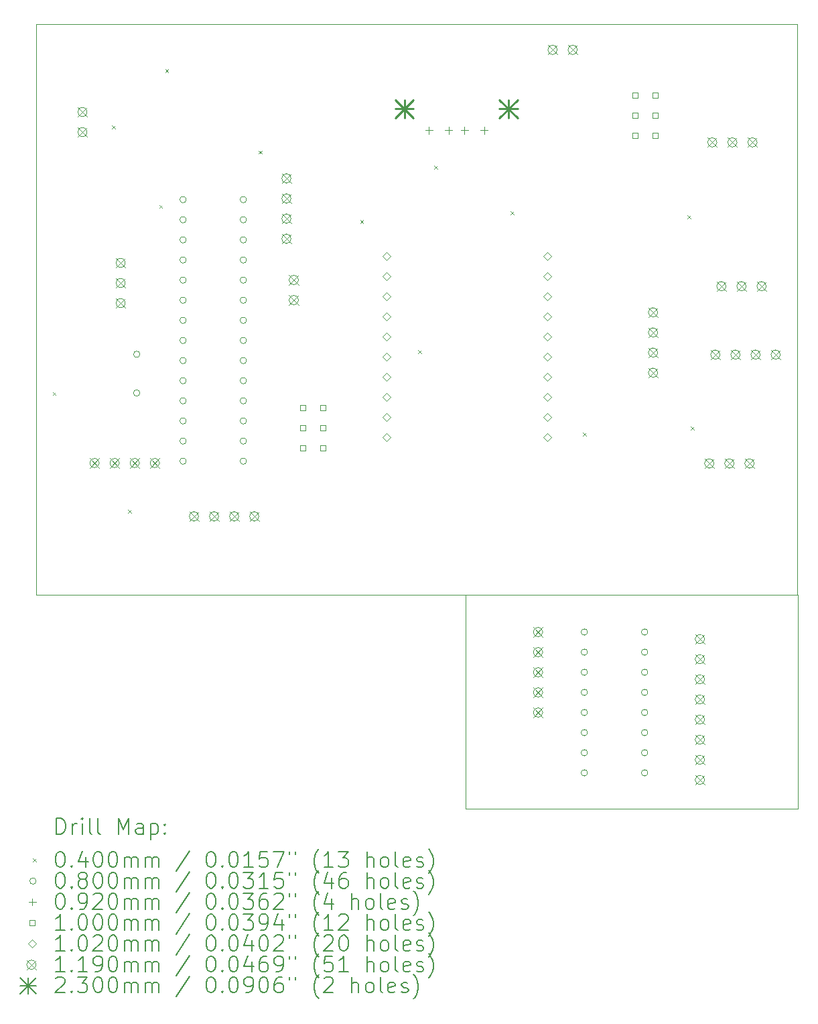
<source format=gbr>
%FSLAX45Y45*%
G04 Gerber Fmt 4.5, Leading zero omitted, Abs format (unit mm)*
G04 Created by KiCad (PCBNEW (6.0.1)) date 2022-03-08 14:51:29*
%MOMM*%
%LPD*%
G01*
G04 APERTURE LIST*
%TA.AperFunction,Profile*%
%ADD10C,0.100000*%
%TD*%
%ADD11C,0.200000*%
%ADD12C,0.040000*%
%ADD13C,0.080000*%
%ADD14C,0.092000*%
%ADD15C,0.100000*%
%ADD16C,0.102000*%
%ADD17C,0.119000*%
%ADD18C,0.230000*%
G04 APERTURE END LIST*
D10*
X15113000Y-11645900D02*
X19316700Y-11645900D01*
X19316700Y-11645900D02*
X19316700Y-14351000D01*
X19316700Y-14351000D02*
X15113000Y-14351000D01*
X15113000Y-14351000D02*
X15113000Y-11645900D01*
X9690100Y-4445000D02*
X19304000Y-4445000D01*
X19304000Y-4445000D02*
X19304000Y-11645900D01*
X19304000Y-11645900D02*
X9690100Y-11645900D01*
X9690100Y-11645900D02*
X9690100Y-4445000D01*
D11*
D12*
X9895151Y-9085900D02*
X9935151Y-9125900D01*
X9935151Y-9085900D02*
X9895151Y-9125900D01*
X10644451Y-5720400D02*
X10684451Y-5760400D01*
X10684451Y-5720400D02*
X10644451Y-5760400D01*
X10847651Y-10571800D02*
X10887651Y-10611800D01*
X10887651Y-10571800D02*
X10847651Y-10611800D01*
X11241351Y-6723700D02*
X11281351Y-6763700D01*
X11281351Y-6723700D02*
X11241351Y-6763700D01*
X11317551Y-5009200D02*
X11357551Y-5049200D01*
X11357551Y-5009200D02*
X11317551Y-5049200D01*
X12498651Y-6037900D02*
X12538651Y-6077900D01*
X12538651Y-6037900D02*
X12498651Y-6077900D01*
X13781351Y-6914200D02*
X13821351Y-6954200D01*
X13821351Y-6914200D02*
X13781351Y-6954200D01*
X14515451Y-8554949D02*
X14555451Y-8594949D01*
X14555451Y-8554949D02*
X14515451Y-8594949D01*
X14718651Y-6230849D02*
X14758651Y-6270849D01*
X14758651Y-6230849D02*
X14718651Y-6270849D01*
X15683851Y-6802349D02*
X15723851Y-6842349D01*
X15723851Y-6802349D02*
X15683851Y-6842349D01*
X16598251Y-9596349D02*
X16638251Y-9636349D01*
X16638251Y-9596349D02*
X16598251Y-9636349D01*
X17919051Y-6853149D02*
X17959051Y-6893149D01*
X17959051Y-6853149D02*
X17919051Y-6893149D01*
X17957151Y-9520149D02*
X17997151Y-9560149D01*
X17997151Y-9520149D02*
X17957151Y-9560149D01*
D13*
X10996551Y-8608900D02*
G75*
G03*
X10996551Y-8608900I-40000J0D01*
G01*
X10996551Y-9096900D02*
G75*
G03*
X10996551Y-9096900I-40000J0D01*
G01*
X11581751Y-6655800D02*
G75*
G03*
X11581751Y-6655800I-40000J0D01*
G01*
X11581751Y-6909800D02*
G75*
G03*
X11581751Y-6909800I-40000J0D01*
G01*
X11581751Y-7163800D02*
G75*
G03*
X11581751Y-7163800I-40000J0D01*
G01*
X11581751Y-7417800D02*
G75*
G03*
X11581751Y-7417800I-40000J0D01*
G01*
X11581751Y-7671800D02*
G75*
G03*
X11581751Y-7671800I-40000J0D01*
G01*
X11581751Y-7925800D02*
G75*
G03*
X11581751Y-7925800I-40000J0D01*
G01*
X11581751Y-8179800D02*
G75*
G03*
X11581751Y-8179800I-40000J0D01*
G01*
X11581751Y-8433800D02*
G75*
G03*
X11581751Y-8433800I-40000J0D01*
G01*
X11581751Y-8687800D02*
G75*
G03*
X11581751Y-8687800I-40000J0D01*
G01*
X11581751Y-8941800D02*
G75*
G03*
X11581751Y-8941800I-40000J0D01*
G01*
X11581751Y-9195800D02*
G75*
G03*
X11581751Y-9195800I-40000J0D01*
G01*
X11581751Y-9449800D02*
G75*
G03*
X11581751Y-9449800I-40000J0D01*
G01*
X11581751Y-9703800D02*
G75*
G03*
X11581751Y-9703800I-40000J0D01*
G01*
X11581751Y-9957800D02*
G75*
G03*
X11581751Y-9957800I-40000J0D01*
G01*
X12343751Y-6655800D02*
G75*
G03*
X12343751Y-6655800I-40000J0D01*
G01*
X12343751Y-6909800D02*
G75*
G03*
X12343751Y-6909800I-40000J0D01*
G01*
X12343751Y-7163800D02*
G75*
G03*
X12343751Y-7163800I-40000J0D01*
G01*
X12343751Y-7417800D02*
G75*
G03*
X12343751Y-7417800I-40000J0D01*
G01*
X12343751Y-7671800D02*
G75*
G03*
X12343751Y-7671800I-40000J0D01*
G01*
X12343751Y-7925800D02*
G75*
G03*
X12343751Y-7925800I-40000J0D01*
G01*
X12343751Y-8179800D02*
G75*
G03*
X12343751Y-8179800I-40000J0D01*
G01*
X12343751Y-8433800D02*
G75*
G03*
X12343751Y-8433800I-40000J0D01*
G01*
X12343751Y-8687800D02*
G75*
G03*
X12343751Y-8687800I-40000J0D01*
G01*
X12343751Y-8941800D02*
G75*
G03*
X12343751Y-8941800I-40000J0D01*
G01*
X12343751Y-9195800D02*
G75*
G03*
X12343751Y-9195800I-40000J0D01*
G01*
X12343751Y-9449800D02*
G75*
G03*
X12343751Y-9449800I-40000J0D01*
G01*
X12343751Y-9703800D02*
G75*
G03*
X12343751Y-9703800I-40000J0D01*
G01*
X12343751Y-9957800D02*
G75*
G03*
X12343751Y-9957800I-40000J0D01*
G01*
X16653200Y-12115800D02*
G75*
G03*
X16653200Y-12115800I-40000J0D01*
G01*
X16653200Y-12369800D02*
G75*
G03*
X16653200Y-12369800I-40000J0D01*
G01*
X16653200Y-12623800D02*
G75*
G03*
X16653200Y-12623800I-40000J0D01*
G01*
X16653200Y-12877800D02*
G75*
G03*
X16653200Y-12877800I-40000J0D01*
G01*
X16653200Y-13131800D02*
G75*
G03*
X16653200Y-13131800I-40000J0D01*
G01*
X16653200Y-13385800D02*
G75*
G03*
X16653200Y-13385800I-40000J0D01*
G01*
X16653200Y-13639800D02*
G75*
G03*
X16653200Y-13639800I-40000J0D01*
G01*
X16653200Y-13893800D02*
G75*
G03*
X16653200Y-13893800I-40000J0D01*
G01*
X17415200Y-12115800D02*
G75*
G03*
X17415200Y-12115800I-40000J0D01*
G01*
X17415200Y-12369800D02*
G75*
G03*
X17415200Y-12369800I-40000J0D01*
G01*
X17415200Y-12623800D02*
G75*
G03*
X17415200Y-12623800I-40000J0D01*
G01*
X17415200Y-12877800D02*
G75*
G03*
X17415200Y-12877800I-40000J0D01*
G01*
X17415200Y-13131800D02*
G75*
G03*
X17415200Y-13131800I-40000J0D01*
G01*
X17415200Y-13385800D02*
G75*
G03*
X17415200Y-13385800I-40000J0D01*
G01*
X17415200Y-13639800D02*
G75*
G03*
X17415200Y-13639800I-40000J0D01*
G01*
X17415200Y-13893800D02*
G75*
G03*
X17415200Y-13893800I-40000J0D01*
G01*
D14*
X14648251Y-5734949D02*
X14648251Y-5826949D01*
X14602251Y-5780949D02*
X14694251Y-5780949D01*
X14898251Y-5734949D02*
X14898251Y-5826949D01*
X14852251Y-5780949D02*
X14944251Y-5780949D01*
X15098251Y-5734949D02*
X15098251Y-5826949D01*
X15052251Y-5780949D02*
X15144251Y-5780949D01*
X15348251Y-5734949D02*
X15348251Y-5826949D01*
X15302251Y-5780949D02*
X15394251Y-5780949D01*
D15*
X13091906Y-9318556D02*
X13091906Y-9247844D01*
X13021194Y-9247844D01*
X13021194Y-9318556D01*
X13091906Y-9318556D01*
X13091906Y-9572556D02*
X13091906Y-9501844D01*
X13021194Y-9501844D01*
X13021194Y-9572556D01*
X13091906Y-9572556D01*
X13091906Y-9826556D02*
X13091906Y-9755844D01*
X13021194Y-9755844D01*
X13021194Y-9826556D01*
X13091906Y-9826556D01*
X13345906Y-9318556D02*
X13345906Y-9247844D01*
X13275194Y-9247844D01*
X13275194Y-9318556D01*
X13345906Y-9318556D01*
X13345906Y-9572556D02*
X13345906Y-9501844D01*
X13275194Y-9501844D01*
X13275194Y-9572556D01*
X13345906Y-9572556D01*
X13345906Y-9826556D02*
X13345906Y-9755844D01*
X13275194Y-9755844D01*
X13275194Y-9826556D01*
X13345906Y-9826556D01*
X17288607Y-5371805D02*
X17288607Y-5301093D01*
X17217895Y-5301093D01*
X17217895Y-5371805D01*
X17288607Y-5371805D01*
X17288607Y-5625805D02*
X17288607Y-5555093D01*
X17217895Y-5555093D01*
X17217895Y-5625805D01*
X17288607Y-5625805D01*
X17288607Y-5879805D02*
X17288607Y-5809093D01*
X17217895Y-5809093D01*
X17217895Y-5879805D01*
X17288607Y-5879805D01*
X17542607Y-5371805D02*
X17542607Y-5301093D01*
X17471895Y-5301093D01*
X17471895Y-5371805D01*
X17542607Y-5371805D01*
X17542607Y-5625805D02*
X17542607Y-5555093D01*
X17471895Y-5555093D01*
X17471895Y-5625805D01*
X17542607Y-5625805D01*
X17542607Y-5879805D02*
X17542607Y-5809093D01*
X17471895Y-5809093D01*
X17471895Y-5879805D01*
X17542607Y-5879805D01*
D16*
X14116351Y-7419449D02*
X14167351Y-7368449D01*
X14116351Y-7317449D01*
X14065351Y-7368449D01*
X14116351Y-7419449D01*
X14116351Y-7673449D02*
X14167351Y-7622449D01*
X14116351Y-7571449D01*
X14065351Y-7622449D01*
X14116351Y-7673449D01*
X14116351Y-7927449D02*
X14167351Y-7876449D01*
X14116351Y-7825449D01*
X14065351Y-7876449D01*
X14116351Y-7927449D01*
X14116351Y-8181449D02*
X14167351Y-8130449D01*
X14116351Y-8079449D01*
X14065351Y-8130449D01*
X14116351Y-8181449D01*
X14116351Y-8435449D02*
X14167351Y-8384449D01*
X14116351Y-8333449D01*
X14065351Y-8384449D01*
X14116351Y-8435449D01*
X14116351Y-8689449D02*
X14167351Y-8638449D01*
X14116351Y-8587449D01*
X14065351Y-8638449D01*
X14116351Y-8689449D01*
X14116351Y-8943449D02*
X14167351Y-8892449D01*
X14116351Y-8841449D01*
X14065351Y-8892449D01*
X14116351Y-8943449D01*
X14116351Y-9197449D02*
X14167351Y-9146449D01*
X14116351Y-9095449D01*
X14065351Y-9146449D01*
X14116351Y-9197449D01*
X14116351Y-9451449D02*
X14167351Y-9400449D01*
X14116351Y-9349449D01*
X14065351Y-9400449D01*
X14116351Y-9451449D01*
X14116351Y-9705449D02*
X14167351Y-9654449D01*
X14116351Y-9603449D01*
X14065351Y-9654449D01*
X14116351Y-9705449D01*
X16148351Y-7419449D02*
X16199351Y-7368449D01*
X16148351Y-7317449D01*
X16097351Y-7368449D01*
X16148351Y-7419449D01*
X16148351Y-7673449D02*
X16199351Y-7622449D01*
X16148351Y-7571449D01*
X16097351Y-7622449D01*
X16148351Y-7673449D01*
X16148351Y-7927449D02*
X16199351Y-7876449D01*
X16148351Y-7825449D01*
X16097351Y-7876449D01*
X16148351Y-7927449D01*
X16148351Y-8181449D02*
X16199351Y-8130449D01*
X16148351Y-8079449D01*
X16097351Y-8130449D01*
X16148351Y-8181449D01*
X16148351Y-8435449D02*
X16199351Y-8384449D01*
X16148351Y-8333449D01*
X16097351Y-8384449D01*
X16148351Y-8435449D01*
X16148351Y-8689449D02*
X16199351Y-8638449D01*
X16148351Y-8587449D01*
X16097351Y-8638449D01*
X16148351Y-8689449D01*
X16148351Y-8943449D02*
X16199351Y-8892449D01*
X16148351Y-8841449D01*
X16097351Y-8892449D01*
X16148351Y-8943449D01*
X16148351Y-9197449D02*
X16199351Y-9146449D01*
X16148351Y-9095449D01*
X16097351Y-9146449D01*
X16148351Y-9197449D01*
X16148351Y-9451449D02*
X16199351Y-9400449D01*
X16148351Y-9349449D01*
X16097351Y-9400449D01*
X16148351Y-9451449D01*
X16148351Y-9705449D02*
X16199351Y-9654449D01*
X16148351Y-9603449D01*
X16097351Y-9654449D01*
X16148351Y-9705449D01*
D17*
X10211251Y-5490400D02*
X10330251Y-5609400D01*
X10330251Y-5490400D02*
X10211251Y-5609400D01*
X10330251Y-5549900D02*
G75*
G03*
X10330251Y-5549900I-59500J0D01*
G01*
X10211251Y-5744400D02*
X10330251Y-5863400D01*
X10330251Y-5744400D02*
X10211251Y-5863400D01*
X10330251Y-5803900D02*
G75*
G03*
X10330251Y-5803900I-59500J0D01*
G01*
X10363651Y-9922700D02*
X10482651Y-10041700D01*
X10482651Y-9922700D02*
X10363651Y-10041700D01*
X10482651Y-9982200D02*
G75*
G03*
X10482651Y-9982200I-59500J0D01*
G01*
X10617651Y-9922700D02*
X10736651Y-10041700D01*
X10736651Y-9922700D02*
X10617651Y-10041700D01*
X10736651Y-9982200D02*
G75*
G03*
X10736651Y-9982200I-59500J0D01*
G01*
X10693851Y-7395400D02*
X10812851Y-7514400D01*
X10812851Y-7395400D02*
X10693851Y-7514400D01*
X10812851Y-7454900D02*
G75*
G03*
X10812851Y-7454900I-59500J0D01*
G01*
X10693851Y-7649400D02*
X10812851Y-7768400D01*
X10812851Y-7649400D02*
X10693851Y-7768400D01*
X10812851Y-7708900D02*
G75*
G03*
X10812851Y-7708900I-59500J0D01*
G01*
X10693851Y-7903400D02*
X10812851Y-8022400D01*
X10812851Y-7903400D02*
X10693851Y-8022400D01*
X10812851Y-7962900D02*
G75*
G03*
X10812851Y-7962900I-59500J0D01*
G01*
X10871651Y-9922700D02*
X10990651Y-10041700D01*
X10990651Y-9922700D02*
X10871651Y-10041700D01*
X10990651Y-9982200D02*
G75*
G03*
X10990651Y-9982200I-59500J0D01*
G01*
X11125651Y-9922700D02*
X11244651Y-10041700D01*
X11244651Y-9922700D02*
X11125651Y-10041700D01*
X11244651Y-9982200D02*
G75*
G03*
X11244651Y-9982200I-59500J0D01*
G01*
X11620951Y-10595800D02*
X11739951Y-10714800D01*
X11739951Y-10595800D02*
X11620951Y-10714800D01*
X11739951Y-10655300D02*
G75*
G03*
X11739951Y-10655300I-59500J0D01*
G01*
X11874951Y-10595800D02*
X11993951Y-10714800D01*
X11993951Y-10595800D02*
X11874951Y-10714800D01*
X11993951Y-10655300D02*
G75*
G03*
X11993951Y-10655300I-59500J0D01*
G01*
X12128951Y-10595800D02*
X12247951Y-10714800D01*
X12247951Y-10595800D02*
X12128951Y-10714800D01*
X12247951Y-10655300D02*
G75*
G03*
X12247951Y-10655300I-59500J0D01*
G01*
X12382951Y-10595800D02*
X12501951Y-10714800D01*
X12501951Y-10595800D02*
X12382951Y-10714800D01*
X12501951Y-10655300D02*
G75*
G03*
X12501951Y-10655300I-59500J0D01*
G01*
X12789351Y-6328600D02*
X12908351Y-6447600D01*
X12908351Y-6328600D02*
X12789351Y-6447600D01*
X12908351Y-6388100D02*
G75*
G03*
X12908351Y-6388100I-59500J0D01*
G01*
X12789351Y-6582600D02*
X12908351Y-6701600D01*
X12908351Y-6582600D02*
X12789351Y-6701600D01*
X12908351Y-6642100D02*
G75*
G03*
X12908351Y-6642100I-59500J0D01*
G01*
X12789351Y-6836600D02*
X12908351Y-6955600D01*
X12908351Y-6836600D02*
X12789351Y-6955600D01*
X12908351Y-6896100D02*
G75*
G03*
X12908351Y-6896100I-59500J0D01*
G01*
X12789351Y-7090600D02*
X12908351Y-7209600D01*
X12908351Y-7090600D02*
X12789351Y-7209600D01*
X12908351Y-7150100D02*
G75*
G03*
X12908351Y-7150100I-59500J0D01*
G01*
X12881800Y-7611300D02*
X13000800Y-7730300D01*
X13000800Y-7611300D02*
X12881800Y-7730300D01*
X13000800Y-7670800D02*
G75*
G03*
X13000800Y-7670800I-59500J0D01*
G01*
X12881800Y-7865300D02*
X13000800Y-7984300D01*
X13000800Y-7865300D02*
X12881800Y-7984300D01*
X13000800Y-7924800D02*
G75*
G03*
X13000800Y-7924800I-59500J0D01*
G01*
X15969500Y-12056300D02*
X16088500Y-12175300D01*
X16088500Y-12056300D02*
X15969500Y-12175300D01*
X16088500Y-12115800D02*
G75*
G03*
X16088500Y-12115800I-59500J0D01*
G01*
X15969500Y-12310300D02*
X16088500Y-12429300D01*
X16088500Y-12310300D02*
X15969500Y-12429300D01*
X16088500Y-12369800D02*
G75*
G03*
X16088500Y-12369800I-59500J0D01*
G01*
X15969500Y-12564300D02*
X16088500Y-12683300D01*
X16088500Y-12564300D02*
X15969500Y-12683300D01*
X16088500Y-12623800D02*
G75*
G03*
X16088500Y-12623800I-59500J0D01*
G01*
X15969500Y-12818300D02*
X16088500Y-12937300D01*
X16088500Y-12818300D02*
X15969500Y-12937300D01*
X16088500Y-12877800D02*
G75*
G03*
X16088500Y-12877800I-59500J0D01*
G01*
X15969500Y-13072300D02*
X16088500Y-13191300D01*
X16088500Y-13072300D02*
X15969500Y-13191300D01*
X16088500Y-13131800D02*
G75*
G03*
X16088500Y-13131800I-59500J0D01*
G01*
X16152351Y-4705449D02*
X16271351Y-4824449D01*
X16271351Y-4705449D02*
X16152351Y-4824449D01*
X16271351Y-4764949D02*
G75*
G03*
X16271351Y-4764949I-59500J0D01*
G01*
X16406351Y-4705449D02*
X16525351Y-4824449D01*
X16525351Y-4705449D02*
X16406351Y-4824449D01*
X16525351Y-4764949D02*
G75*
G03*
X16525351Y-4764949I-59500J0D01*
G01*
X17422351Y-8020149D02*
X17541351Y-8139149D01*
X17541351Y-8020149D02*
X17422351Y-8139149D01*
X17541351Y-8079649D02*
G75*
G03*
X17541351Y-8079649I-59500J0D01*
G01*
X17422351Y-8274149D02*
X17541351Y-8393149D01*
X17541351Y-8274149D02*
X17422351Y-8393149D01*
X17541351Y-8333649D02*
G75*
G03*
X17541351Y-8333649I-59500J0D01*
G01*
X17422351Y-8528149D02*
X17541351Y-8647149D01*
X17541351Y-8528149D02*
X17422351Y-8647149D01*
X17541351Y-8587649D02*
G75*
G03*
X17541351Y-8587649I-59500J0D01*
G01*
X17422351Y-8782149D02*
X17541351Y-8901149D01*
X17541351Y-8782149D02*
X17422351Y-8901149D01*
X17541351Y-8841649D02*
G75*
G03*
X17541351Y-8841649I-59500J0D01*
G01*
X18014200Y-12145200D02*
X18133200Y-12264200D01*
X18133200Y-12145200D02*
X18014200Y-12264200D01*
X18133200Y-12204700D02*
G75*
G03*
X18133200Y-12204700I-59500J0D01*
G01*
X18014200Y-12399200D02*
X18133200Y-12518200D01*
X18133200Y-12399200D02*
X18014200Y-12518200D01*
X18133200Y-12458700D02*
G75*
G03*
X18133200Y-12458700I-59500J0D01*
G01*
X18014200Y-12653200D02*
X18133200Y-12772200D01*
X18133200Y-12653200D02*
X18014200Y-12772200D01*
X18133200Y-12712700D02*
G75*
G03*
X18133200Y-12712700I-59500J0D01*
G01*
X18014200Y-12907200D02*
X18133200Y-13026200D01*
X18133200Y-12907200D02*
X18014200Y-13026200D01*
X18133200Y-12966700D02*
G75*
G03*
X18133200Y-12966700I-59500J0D01*
G01*
X18014200Y-13161200D02*
X18133200Y-13280200D01*
X18133200Y-13161200D02*
X18014200Y-13280200D01*
X18133200Y-13220700D02*
G75*
G03*
X18133200Y-13220700I-59500J0D01*
G01*
X18014200Y-13415200D02*
X18133200Y-13534200D01*
X18133200Y-13415200D02*
X18014200Y-13534200D01*
X18133200Y-13474700D02*
G75*
G03*
X18133200Y-13474700I-59500J0D01*
G01*
X18014200Y-13669200D02*
X18133200Y-13788200D01*
X18133200Y-13669200D02*
X18014200Y-13788200D01*
X18133200Y-13728700D02*
G75*
G03*
X18133200Y-13728700I-59500J0D01*
G01*
X18014200Y-13923200D02*
X18133200Y-14042200D01*
X18133200Y-13923200D02*
X18014200Y-14042200D01*
X18133200Y-13982700D02*
G75*
G03*
X18133200Y-13982700I-59500J0D01*
G01*
X18133551Y-9927649D02*
X18252551Y-10046649D01*
X18252551Y-9927649D02*
X18133551Y-10046649D01*
X18252551Y-9987149D02*
G75*
G03*
X18252551Y-9987149I-59500J0D01*
G01*
X18171651Y-5873849D02*
X18290651Y-5992849D01*
X18290651Y-5873849D02*
X18171651Y-5992849D01*
X18290651Y-5933349D02*
G75*
G03*
X18290651Y-5933349I-59500J0D01*
G01*
X18209751Y-8553549D02*
X18328751Y-8672549D01*
X18328751Y-8553549D02*
X18209751Y-8672549D01*
X18328751Y-8613049D02*
G75*
G03*
X18328751Y-8613049I-59500J0D01*
G01*
X18285951Y-7689949D02*
X18404951Y-7808949D01*
X18404951Y-7689949D02*
X18285951Y-7808949D01*
X18404951Y-7749449D02*
G75*
G03*
X18404951Y-7749449I-59500J0D01*
G01*
X18387551Y-9927649D02*
X18506551Y-10046649D01*
X18506551Y-9927649D02*
X18387551Y-10046649D01*
X18506551Y-9987149D02*
G75*
G03*
X18506551Y-9987149I-59500J0D01*
G01*
X18425651Y-5873849D02*
X18544651Y-5992849D01*
X18544651Y-5873849D02*
X18425651Y-5992849D01*
X18544651Y-5933349D02*
G75*
G03*
X18544651Y-5933349I-59500J0D01*
G01*
X18463751Y-8553549D02*
X18582751Y-8672549D01*
X18582751Y-8553549D02*
X18463751Y-8672549D01*
X18582751Y-8613049D02*
G75*
G03*
X18582751Y-8613049I-59500J0D01*
G01*
X18539951Y-7689949D02*
X18658951Y-7808949D01*
X18658951Y-7689949D02*
X18539951Y-7808949D01*
X18658951Y-7749449D02*
G75*
G03*
X18658951Y-7749449I-59500J0D01*
G01*
X18641551Y-9927649D02*
X18760551Y-10046649D01*
X18760551Y-9927649D02*
X18641551Y-10046649D01*
X18760551Y-9987149D02*
G75*
G03*
X18760551Y-9987149I-59500J0D01*
G01*
X18679651Y-5873849D02*
X18798651Y-5992849D01*
X18798651Y-5873849D02*
X18679651Y-5992849D01*
X18798651Y-5933349D02*
G75*
G03*
X18798651Y-5933349I-59500J0D01*
G01*
X18717751Y-8553549D02*
X18836751Y-8672549D01*
X18836751Y-8553549D02*
X18717751Y-8672549D01*
X18836751Y-8613049D02*
G75*
G03*
X18836751Y-8613049I-59500J0D01*
G01*
X18793951Y-7689949D02*
X18912951Y-7808949D01*
X18912951Y-7689949D02*
X18793951Y-7808949D01*
X18912951Y-7749449D02*
G75*
G03*
X18912951Y-7749449I-59500J0D01*
G01*
X18971751Y-8553549D02*
X19090751Y-8672549D01*
X19090751Y-8553549D02*
X18971751Y-8672549D01*
X19090751Y-8613049D02*
G75*
G03*
X19090751Y-8613049I-59500J0D01*
G01*
D18*
X14226251Y-5394949D02*
X14456251Y-5624949D01*
X14456251Y-5394949D02*
X14226251Y-5624949D01*
X14341251Y-5394949D02*
X14341251Y-5624949D01*
X14226251Y-5509949D02*
X14456251Y-5509949D01*
X15540251Y-5394949D02*
X15770251Y-5624949D01*
X15770251Y-5394949D02*
X15540251Y-5624949D01*
X15655251Y-5394949D02*
X15655251Y-5624949D01*
X15540251Y-5509949D02*
X15770251Y-5509949D01*
D11*
X9942719Y-14666476D02*
X9942719Y-14466476D01*
X9990338Y-14466476D01*
X10018910Y-14476000D01*
X10037957Y-14495048D01*
X10047481Y-14514095D01*
X10057005Y-14552190D01*
X10057005Y-14580762D01*
X10047481Y-14618857D01*
X10037957Y-14637905D01*
X10018910Y-14656952D01*
X9990338Y-14666476D01*
X9942719Y-14666476D01*
X10142719Y-14666476D02*
X10142719Y-14533143D01*
X10142719Y-14571238D02*
X10152243Y-14552190D01*
X10161767Y-14542667D01*
X10180814Y-14533143D01*
X10199862Y-14533143D01*
X10266529Y-14666476D02*
X10266529Y-14533143D01*
X10266529Y-14466476D02*
X10257005Y-14476000D01*
X10266529Y-14485524D01*
X10276052Y-14476000D01*
X10266529Y-14466476D01*
X10266529Y-14485524D01*
X10390338Y-14666476D02*
X10371290Y-14656952D01*
X10361767Y-14637905D01*
X10361767Y-14466476D01*
X10495100Y-14666476D02*
X10476052Y-14656952D01*
X10466529Y-14637905D01*
X10466529Y-14466476D01*
X10723671Y-14666476D02*
X10723671Y-14466476D01*
X10790338Y-14609333D01*
X10857005Y-14466476D01*
X10857005Y-14666476D01*
X11037957Y-14666476D02*
X11037957Y-14561714D01*
X11028433Y-14542667D01*
X11009386Y-14533143D01*
X10971290Y-14533143D01*
X10952243Y-14542667D01*
X11037957Y-14656952D02*
X11018910Y-14666476D01*
X10971290Y-14666476D01*
X10952243Y-14656952D01*
X10942719Y-14637905D01*
X10942719Y-14618857D01*
X10952243Y-14599809D01*
X10971290Y-14590286D01*
X11018910Y-14590286D01*
X11037957Y-14580762D01*
X11133195Y-14533143D02*
X11133195Y-14733143D01*
X11133195Y-14542667D02*
X11152243Y-14533143D01*
X11190338Y-14533143D01*
X11209386Y-14542667D01*
X11218909Y-14552190D01*
X11228433Y-14571238D01*
X11228433Y-14628381D01*
X11218909Y-14647428D01*
X11209386Y-14656952D01*
X11190338Y-14666476D01*
X11152243Y-14666476D01*
X11133195Y-14656952D01*
X11314148Y-14647428D02*
X11323671Y-14656952D01*
X11314148Y-14666476D01*
X11304624Y-14656952D01*
X11314148Y-14647428D01*
X11314148Y-14666476D01*
X11314148Y-14542667D02*
X11323671Y-14552190D01*
X11314148Y-14561714D01*
X11304624Y-14552190D01*
X11314148Y-14542667D01*
X11314148Y-14561714D01*
D12*
X9645100Y-14976000D02*
X9685100Y-15016000D01*
X9685100Y-14976000D02*
X9645100Y-15016000D01*
D11*
X9980814Y-14886476D02*
X9999862Y-14886476D01*
X10018910Y-14896000D01*
X10028433Y-14905524D01*
X10037957Y-14924571D01*
X10047481Y-14962667D01*
X10047481Y-15010286D01*
X10037957Y-15048381D01*
X10028433Y-15067428D01*
X10018910Y-15076952D01*
X9999862Y-15086476D01*
X9980814Y-15086476D01*
X9961767Y-15076952D01*
X9952243Y-15067428D01*
X9942719Y-15048381D01*
X9933195Y-15010286D01*
X9933195Y-14962667D01*
X9942719Y-14924571D01*
X9952243Y-14905524D01*
X9961767Y-14896000D01*
X9980814Y-14886476D01*
X10133195Y-15067428D02*
X10142719Y-15076952D01*
X10133195Y-15086476D01*
X10123671Y-15076952D01*
X10133195Y-15067428D01*
X10133195Y-15086476D01*
X10314148Y-14953143D02*
X10314148Y-15086476D01*
X10266529Y-14876952D02*
X10218910Y-15019809D01*
X10342719Y-15019809D01*
X10457005Y-14886476D02*
X10476052Y-14886476D01*
X10495100Y-14896000D01*
X10504624Y-14905524D01*
X10514148Y-14924571D01*
X10523671Y-14962667D01*
X10523671Y-15010286D01*
X10514148Y-15048381D01*
X10504624Y-15067428D01*
X10495100Y-15076952D01*
X10476052Y-15086476D01*
X10457005Y-15086476D01*
X10437957Y-15076952D01*
X10428433Y-15067428D01*
X10418910Y-15048381D01*
X10409386Y-15010286D01*
X10409386Y-14962667D01*
X10418910Y-14924571D01*
X10428433Y-14905524D01*
X10437957Y-14896000D01*
X10457005Y-14886476D01*
X10647481Y-14886476D02*
X10666529Y-14886476D01*
X10685576Y-14896000D01*
X10695100Y-14905524D01*
X10704624Y-14924571D01*
X10714148Y-14962667D01*
X10714148Y-15010286D01*
X10704624Y-15048381D01*
X10695100Y-15067428D01*
X10685576Y-15076952D01*
X10666529Y-15086476D01*
X10647481Y-15086476D01*
X10628433Y-15076952D01*
X10618910Y-15067428D01*
X10609386Y-15048381D01*
X10599862Y-15010286D01*
X10599862Y-14962667D01*
X10609386Y-14924571D01*
X10618910Y-14905524D01*
X10628433Y-14896000D01*
X10647481Y-14886476D01*
X10799862Y-15086476D02*
X10799862Y-14953143D01*
X10799862Y-14972190D02*
X10809386Y-14962667D01*
X10828433Y-14953143D01*
X10857005Y-14953143D01*
X10876052Y-14962667D01*
X10885576Y-14981714D01*
X10885576Y-15086476D01*
X10885576Y-14981714D02*
X10895100Y-14962667D01*
X10914148Y-14953143D01*
X10942719Y-14953143D01*
X10961767Y-14962667D01*
X10971290Y-14981714D01*
X10971290Y-15086476D01*
X11066529Y-15086476D02*
X11066529Y-14953143D01*
X11066529Y-14972190D02*
X11076052Y-14962667D01*
X11095100Y-14953143D01*
X11123671Y-14953143D01*
X11142719Y-14962667D01*
X11152243Y-14981714D01*
X11152243Y-15086476D01*
X11152243Y-14981714D02*
X11161767Y-14962667D01*
X11180814Y-14953143D01*
X11209386Y-14953143D01*
X11228433Y-14962667D01*
X11237957Y-14981714D01*
X11237957Y-15086476D01*
X11628433Y-14876952D02*
X11457005Y-15134095D01*
X11885576Y-14886476D02*
X11904624Y-14886476D01*
X11923671Y-14896000D01*
X11933195Y-14905524D01*
X11942719Y-14924571D01*
X11952243Y-14962667D01*
X11952243Y-15010286D01*
X11942719Y-15048381D01*
X11933195Y-15067428D01*
X11923671Y-15076952D01*
X11904624Y-15086476D01*
X11885576Y-15086476D01*
X11866528Y-15076952D01*
X11857005Y-15067428D01*
X11847481Y-15048381D01*
X11837957Y-15010286D01*
X11837957Y-14962667D01*
X11847481Y-14924571D01*
X11857005Y-14905524D01*
X11866528Y-14896000D01*
X11885576Y-14886476D01*
X12037957Y-15067428D02*
X12047481Y-15076952D01*
X12037957Y-15086476D01*
X12028433Y-15076952D01*
X12037957Y-15067428D01*
X12037957Y-15086476D01*
X12171290Y-14886476D02*
X12190338Y-14886476D01*
X12209386Y-14896000D01*
X12218909Y-14905524D01*
X12228433Y-14924571D01*
X12237957Y-14962667D01*
X12237957Y-15010286D01*
X12228433Y-15048381D01*
X12218909Y-15067428D01*
X12209386Y-15076952D01*
X12190338Y-15086476D01*
X12171290Y-15086476D01*
X12152243Y-15076952D01*
X12142719Y-15067428D01*
X12133195Y-15048381D01*
X12123671Y-15010286D01*
X12123671Y-14962667D01*
X12133195Y-14924571D01*
X12142719Y-14905524D01*
X12152243Y-14896000D01*
X12171290Y-14886476D01*
X12428433Y-15086476D02*
X12314148Y-15086476D01*
X12371290Y-15086476D02*
X12371290Y-14886476D01*
X12352243Y-14915048D01*
X12333195Y-14934095D01*
X12314148Y-14943619D01*
X12609386Y-14886476D02*
X12514148Y-14886476D01*
X12504624Y-14981714D01*
X12514148Y-14972190D01*
X12533195Y-14962667D01*
X12580814Y-14962667D01*
X12599862Y-14972190D01*
X12609386Y-14981714D01*
X12618909Y-15000762D01*
X12618909Y-15048381D01*
X12609386Y-15067428D01*
X12599862Y-15076952D01*
X12580814Y-15086476D01*
X12533195Y-15086476D01*
X12514148Y-15076952D01*
X12504624Y-15067428D01*
X12685576Y-14886476D02*
X12818909Y-14886476D01*
X12733195Y-15086476D01*
X12885576Y-14886476D02*
X12885576Y-14924571D01*
X12961767Y-14886476D02*
X12961767Y-14924571D01*
X13257005Y-15162667D02*
X13247481Y-15153143D01*
X13228433Y-15124571D01*
X13218909Y-15105524D01*
X13209386Y-15076952D01*
X13199862Y-15029333D01*
X13199862Y-14991238D01*
X13209386Y-14943619D01*
X13218909Y-14915048D01*
X13228433Y-14896000D01*
X13247481Y-14867428D01*
X13257005Y-14857905D01*
X13437957Y-15086476D02*
X13323671Y-15086476D01*
X13380814Y-15086476D02*
X13380814Y-14886476D01*
X13361767Y-14915048D01*
X13342719Y-14934095D01*
X13323671Y-14943619D01*
X13504624Y-14886476D02*
X13628433Y-14886476D01*
X13561767Y-14962667D01*
X13590338Y-14962667D01*
X13609386Y-14972190D01*
X13618909Y-14981714D01*
X13628433Y-15000762D01*
X13628433Y-15048381D01*
X13618909Y-15067428D01*
X13609386Y-15076952D01*
X13590338Y-15086476D01*
X13533195Y-15086476D01*
X13514148Y-15076952D01*
X13504624Y-15067428D01*
X13866528Y-15086476D02*
X13866528Y-14886476D01*
X13952243Y-15086476D02*
X13952243Y-14981714D01*
X13942719Y-14962667D01*
X13923671Y-14953143D01*
X13895100Y-14953143D01*
X13876052Y-14962667D01*
X13866528Y-14972190D01*
X14076052Y-15086476D02*
X14057005Y-15076952D01*
X14047481Y-15067428D01*
X14037957Y-15048381D01*
X14037957Y-14991238D01*
X14047481Y-14972190D01*
X14057005Y-14962667D01*
X14076052Y-14953143D01*
X14104624Y-14953143D01*
X14123671Y-14962667D01*
X14133195Y-14972190D01*
X14142719Y-14991238D01*
X14142719Y-15048381D01*
X14133195Y-15067428D01*
X14123671Y-15076952D01*
X14104624Y-15086476D01*
X14076052Y-15086476D01*
X14257005Y-15086476D02*
X14237957Y-15076952D01*
X14228433Y-15057905D01*
X14228433Y-14886476D01*
X14409386Y-15076952D02*
X14390338Y-15086476D01*
X14352243Y-15086476D01*
X14333195Y-15076952D01*
X14323671Y-15057905D01*
X14323671Y-14981714D01*
X14333195Y-14962667D01*
X14352243Y-14953143D01*
X14390338Y-14953143D01*
X14409386Y-14962667D01*
X14418909Y-14981714D01*
X14418909Y-15000762D01*
X14323671Y-15019809D01*
X14495100Y-15076952D02*
X14514148Y-15086476D01*
X14552243Y-15086476D01*
X14571290Y-15076952D01*
X14580814Y-15057905D01*
X14580814Y-15048381D01*
X14571290Y-15029333D01*
X14552243Y-15019809D01*
X14523671Y-15019809D01*
X14504624Y-15010286D01*
X14495100Y-14991238D01*
X14495100Y-14981714D01*
X14504624Y-14962667D01*
X14523671Y-14953143D01*
X14552243Y-14953143D01*
X14571290Y-14962667D01*
X14647481Y-15162667D02*
X14657005Y-15153143D01*
X14676052Y-15124571D01*
X14685576Y-15105524D01*
X14695100Y-15076952D01*
X14704624Y-15029333D01*
X14704624Y-14991238D01*
X14695100Y-14943619D01*
X14685576Y-14915048D01*
X14676052Y-14896000D01*
X14657005Y-14867428D01*
X14647481Y-14857905D01*
D13*
X9685100Y-15260000D02*
G75*
G03*
X9685100Y-15260000I-40000J0D01*
G01*
D11*
X9980814Y-15150476D02*
X9999862Y-15150476D01*
X10018910Y-15160000D01*
X10028433Y-15169524D01*
X10037957Y-15188571D01*
X10047481Y-15226667D01*
X10047481Y-15274286D01*
X10037957Y-15312381D01*
X10028433Y-15331428D01*
X10018910Y-15340952D01*
X9999862Y-15350476D01*
X9980814Y-15350476D01*
X9961767Y-15340952D01*
X9952243Y-15331428D01*
X9942719Y-15312381D01*
X9933195Y-15274286D01*
X9933195Y-15226667D01*
X9942719Y-15188571D01*
X9952243Y-15169524D01*
X9961767Y-15160000D01*
X9980814Y-15150476D01*
X10133195Y-15331428D02*
X10142719Y-15340952D01*
X10133195Y-15350476D01*
X10123671Y-15340952D01*
X10133195Y-15331428D01*
X10133195Y-15350476D01*
X10257005Y-15236190D02*
X10237957Y-15226667D01*
X10228433Y-15217143D01*
X10218910Y-15198095D01*
X10218910Y-15188571D01*
X10228433Y-15169524D01*
X10237957Y-15160000D01*
X10257005Y-15150476D01*
X10295100Y-15150476D01*
X10314148Y-15160000D01*
X10323671Y-15169524D01*
X10333195Y-15188571D01*
X10333195Y-15198095D01*
X10323671Y-15217143D01*
X10314148Y-15226667D01*
X10295100Y-15236190D01*
X10257005Y-15236190D01*
X10237957Y-15245714D01*
X10228433Y-15255238D01*
X10218910Y-15274286D01*
X10218910Y-15312381D01*
X10228433Y-15331428D01*
X10237957Y-15340952D01*
X10257005Y-15350476D01*
X10295100Y-15350476D01*
X10314148Y-15340952D01*
X10323671Y-15331428D01*
X10333195Y-15312381D01*
X10333195Y-15274286D01*
X10323671Y-15255238D01*
X10314148Y-15245714D01*
X10295100Y-15236190D01*
X10457005Y-15150476D02*
X10476052Y-15150476D01*
X10495100Y-15160000D01*
X10504624Y-15169524D01*
X10514148Y-15188571D01*
X10523671Y-15226667D01*
X10523671Y-15274286D01*
X10514148Y-15312381D01*
X10504624Y-15331428D01*
X10495100Y-15340952D01*
X10476052Y-15350476D01*
X10457005Y-15350476D01*
X10437957Y-15340952D01*
X10428433Y-15331428D01*
X10418910Y-15312381D01*
X10409386Y-15274286D01*
X10409386Y-15226667D01*
X10418910Y-15188571D01*
X10428433Y-15169524D01*
X10437957Y-15160000D01*
X10457005Y-15150476D01*
X10647481Y-15150476D02*
X10666529Y-15150476D01*
X10685576Y-15160000D01*
X10695100Y-15169524D01*
X10704624Y-15188571D01*
X10714148Y-15226667D01*
X10714148Y-15274286D01*
X10704624Y-15312381D01*
X10695100Y-15331428D01*
X10685576Y-15340952D01*
X10666529Y-15350476D01*
X10647481Y-15350476D01*
X10628433Y-15340952D01*
X10618910Y-15331428D01*
X10609386Y-15312381D01*
X10599862Y-15274286D01*
X10599862Y-15226667D01*
X10609386Y-15188571D01*
X10618910Y-15169524D01*
X10628433Y-15160000D01*
X10647481Y-15150476D01*
X10799862Y-15350476D02*
X10799862Y-15217143D01*
X10799862Y-15236190D02*
X10809386Y-15226667D01*
X10828433Y-15217143D01*
X10857005Y-15217143D01*
X10876052Y-15226667D01*
X10885576Y-15245714D01*
X10885576Y-15350476D01*
X10885576Y-15245714D02*
X10895100Y-15226667D01*
X10914148Y-15217143D01*
X10942719Y-15217143D01*
X10961767Y-15226667D01*
X10971290Y-15245714D01*
X10971290Y-15350476D01*
X11066529Y-15350476D02*
X11066529Y-15217143D01*
X11066529Y-15236190D02*
X11076052Y-15226667D01*
X11095100Y-15217143D01*
X11123671Y-15217143D01*
X11142719Y-15226667D01*
X11152243Y-15245714D01*
X11152243Y-15350476D01*
X11152243Y-15245714D02*
X11161767Y-15226667D01*
X11180814Y-15217143D01*
X11209386Y-15217143D01*
X11228433Y-15226667D01*
X11237957Y-15245714D01*
X11237957Y-15350476D01*
X11628433Y-15140952D02*
X11457005Y-15398095D01*
X11885576Y-15150476D02*
X11904624Y-15150476D01*
X11923671Y-15160000D01*
X11933195Y-15169524D01*
X11942719Y-15188571D01*
X11952243Y-15226667D01*
X11952243Y-15274286D01*
X11942719Y-15312381D01*
X11933195Y-15331428D01*
X11923671Y-15340952D01*
X11904624Y-15350476D01*
X11885576Y-15350476D01*
X11866528Y-15340952D01*
X11857005Y-15331428D01*
X11847481Y-15312381D01*
X11837957Y-15274286D01*
X11837957Y-15226667D01*
X11847481Y-15188571D01*
X11857005Y-15169524D01*
X11866528Y-15160000D01*
X11885576Y-15150476D01*
X12037957Y-15331428D02*
X12047481Y-15340952D01*
X12037957Y-15350476D01*
X12028433Y-15340952D01*
X12037957Y-15331428D01*
X12037957Y-15350476D01*
X12171290Y-15150476D02*
X12190338Y-15150476D01*
X12209386Y-15160000D01*
X12218909Y-15169524D01*
X12228433Y-15188571D01*
X12237957Y-15226667D01*
X12237957Y-15274286D01*
X12228433Y-15312381D01*
X12218909Y-15331428D01*
X12209386Y-15340952D01*
X12190338Y-15350476D01*
X12171290Y-15350476D01*
X12152243Y-15340952D01*
X12142719Y-15331428D01*
X12133195Y-15312381D01*
X12123671Y-15274286D01*
X12123671Y-15226667D01*
X12133195Y-15188571D01*
X12142719Y-15169524D01*
X12152243Y-15160000D01*
X12171290Y-15150476D01*
X12304624Y-15150476D02*
X12428433Y-15150476D01*
X12361767Y-15226667D01*
X12390338Y-15226667D01*
X12409386Y-15236190D01*
X12418909Y-15245714D01*
X12428433Y-15264762D01*
X12428433Y-15312381D01*
X12418909Y-15331428D01*
X12409386Y-15340952D01*
X12390338Y-15350476D01*
X12333195Y-15350476D01*
X12314148Y-15340952D01*
X12304624Y-15331428D01*
X12618909Y-15350476D02*
X12504624Y-15350476D01*
X12561767Y-15350476D02*
X12561767Y-15150476D01*
X12542719Y-15179048D01*
X12523671Y-15198095D01*
X12504624Y-15207619D01*
X12799862Y-15150476D02*
X12704624Y-15150476D01*
X12695100Y-15245714D01*
X12704624Y-15236190D01*
X12723671Y-15226667D01*
X12771290Y-15226667D01*
X12790338Y-15236190D01*
X12799862Y-15245714D01*
X12809386Y-15264762D01*
X12809386Y-15312381D01*
X12799862Y-15331428D01*
X12790338Y-15340952D01*
X12771290Y-15350476D01*
X12723671Y-15350476D01*
X12704624Y-15340952D01*
X12695100Y-15331428D01*
X12885576Y-15150476D02*
X12885576Y-15188571D01*
X12961767Y-15150476D02*
X12961767Y-15188571D01*
X13257005Y-15426667D02*
X13247481Y-15417143D01*
X13228433Y-15388571D01*
X13218909Y-15369524D01*
X13209386Y-15340952D01*
X13199862Y-15293333D01*
X13199862Y-15255238D01*
X13209386Y-15207619D01*
X13218909Y-15179048D01*
X13228433Y-15160000D01*
X13247481Y-15131428D01*
X13257005Y-15121905D01*
X13418909Y-15217143D02*
X13418909Y-15350476D01*
X13371290Y-15140952D02*
X13323671Y-15283809D01*
X13447481Y-15283809D01*
X13609386Y-15150476D02*
X13571290Y-15150476D01*
X13552243Y-15160000D01*
X13542719Y-15169524D01*
X13523671Y-15198095D01*
X13514148Y-15236190D01*
X13514148Y-15312381D01*
X13523671Y-15331428D01*
X13533195Y-15340952D01*
X13552243Y-15350476D01*
X13590338Y-15350476D01*
X13609386Y-15340952D01*
X13618909Y-15331428D01*
X13628433Y-15312381D01*
X13628433Y-15264762D01*
X13618909Y-15245714D01*
X13609386Y-15236190D01*
X13590338Y-15226667D01*
X13552243Y-15226667D01*
X13533195Y-15236190D01*
X13523671Y-15245714D01*
X13514148Y-15264762D01*
X13866528Y-15350476D02*
X13866528Y-15150476D01*
X13952243Y-15350476D02*
X13952243Y-15245714D01*
X13942719Y-15226667D01*
X13923671Y-15217143D01*
X13895100Y-15217143D01*
X13876052Y-15226667D01*
X13866528Y-15236190D01*
X14076052Y-15350476D02*
X14057005Y-15340952D01*
X14047481Y-15331428D01*
X14037957Y-15312381D01*
X14037957Y-15255238D01*
X14047481Y-15236190D01*
X14057005Y-15226667D01*
X14076052Y-15217143D01*
X14104624Y-15217143D01*
X14123671Y-15226667D01*
X14133195Y-15236190D01*
X14142719Y-15255238D01*
X14142719Y-15312381D01*
X14133195Y-15331428D01*
X14123671Y-15340952D01*
X14104624Y-15350476D01*
X14076052Y-15350476D01*
X14257005Y-15350476D02*
X14237957Y-15340952D01*
X14228433Y-15321905D01*
X14228433Y-15150476D01*
X14409386Y-15340952D02*
X14390338Y-15350476D01*
X14352243Y-15350476D01*
X14333195Y-15340952D01*
X14323671Y-15321905D01*
X14323671Y-15245714D01*
X14333195Y-15226667D01*
X14352243Y-15217143D01*
X14390338Y-15217143D01*
X14409386Y-15226667D01*
X14418909Y-15245714D01*
X14418909Y-15264762D01*
X14323671Y-15283809D01*
X14495100Y-15340952D02*
X14514148Y-15350476D01*
X14552243Y-15350476D01*
X14571290Y-15340952D01*
X14580814Y-15321905D01*
X14580814Y-15312381D01*
X14571290Y-15293333D01*
X14552243Y-15283809D01*
X14523671Y-15283809D01*
X14504624Y-15274286D01*
X14495100Y-15255238D01*
X14495100Y-15245714D01*
X14504624Y-15226667D01*
X14523671Y-15217143D01*
X14552243Y-15217143D01*
X14571290Y-15226667D01*
X14647481Y-15426667D02*
X14657005Y-15417143D01*
X14676052Y-15388571D01*
X14685576Y-15369524D01*
X14695100Y-15340952D01*
X14704624Y-15293333D01*
X14704624Y-15255238D01*
X14695100Y-15207619D01*
X14685576Y-15179048D01*
X14676052Y-15160000D01*
X14657005Y-15131428D01*
X14647481Y-15121905D01*
D14*
X9639100Y-15478000D02*
X9639100Y-15570000D01*
X9593100Y-15524000D02*
X9685100Y-15524000D01*
D11*
X9980814Y-15414476D02*
X9999862Y-15414476D01*
X10018910Y-15424000D01*
X10028433Y-15433524D01*
X10037957Y-15452571D01*
X10047481Y-15490667D01*
X10047481Y-15538286D01*
X10037957Y-15576381D01*
X10028433Y-15595428D01*
X10018910Y-15604952D01*
X9999862Y-15614476D01*
X9980814Y-15614476D01*
X9961767Y-15604952D01*
X9952243Y-15595428D01*
X9942719Y-15576381D01*
X9933195Y-15538286D01*
X9933195Y-15490667D01*
X9942719Y-15452571D01*
X9952243Y-15433524D01*
X9961767Y-15424000D01*
X9980814Y-15414476D01*
X10133195Y-15595428D02*
X10142719Y-15604952D01*
X10133195Y-15614476D01*
X10123671Y-15604952D01*
X10133195Y-15595428D01*
X10133195Y-15614476D01*
X10237957Y-15614476D02*
X10276052Y-15614476D01*
X10295100Y-15604952D01*
X10304624Y-15595428D01*
X10323671Y-15566857D01*
X10333195Y-15528762D01*
X10333195Y-15452571D01*
X10323671Y-15433524D01*
X10314148Y-15424000D01*
X10295100Y-15414476D01*
X10257005Y-15414476D01*
X10237957Y-15424000D01*
X10228433Y-15433524D01*
X10218910Y-15452571D01*
X10218910Y-15500190D01*
X10228433Y-15519238D01*
X10237957Y-15528762D01*
X10257005Y-15538286D01*
X10295100Y-15538286D01*
X10314148Y-15528762D01*
X10323671Y-15519238D01*
X10333195Y-15500190D01*
X10409386Y-15433524D02*
X10418910Y-15424000D01*
X10437957Y-15414476D01*
X10485576Y-15414476D01*
X10504624Y-15424000D01*
X10514148Y-15433524D01*
X10523671Y-15452571D01*
X10523671Y-15471619D01*
X10514148Y-15500190D01*
X10399862Y-15614476D01*
X10523671Y-15614476D01*
X10647481Y-15414476D02*
X10666529Y-15414476D01*
X10685576Y-15424000D01*
X10695100Y-15433524D01*
X10704624Y-15452571D01*
X10714148Y-15490667D01*
X10714148Y-15538286D01*
X10704624Y-15576381D01*
X10695100Y-15595428D01*
X10685576Y-15604952D01*
X10666529Y-15614476D01*
X10647481Y-15614476D01*
X10628433Y-15604952D01*
X10618910Y-15595428D01*
X10609386Y-15576381D01*
X10599862Y-15538286D01*
X10599862Y-15490667D01*
X10609386Y-15452571D01*
X10618910Y-15433524D01*
X10628433Y-15424000D01*
X10647481Y-15414476D01*
X10799862Y-15614476D02*
X10799862Y-15481143D01*
X10799862Y-15500190D02*
X10809386Y-15490667D01*
X10828433Y-15481143D01*
X10857005Y-15481143D01*
X10876052Y-15490667D01*
X10885576Y-15509714D01*
X10885576Y-15614476D01*
X10885576Y-15509714D02*
X10895100Y-15490667D01*
X10914148Y-15481143D01*
X10942719Y-15481143D01*
X10961767Y-15490667D01*
X10971290Y-15509714D01*
X10971290Y-15614476D01*
X11066529Y-15614476D02*
X11066529Y-15481143D01*
X11066529Y-15500190D02*
X11076052Y-15490667D01*
X11095100Y-15481143D01*
X11123671Y-15481143D01*
X11142719Y-15490667D01*
X11152243Y-15509714D01*
X11152243Y-15614476D01*
X11152243Y-15509714D02*
X11161767Y-15490667D01*
X11180814Y-15481143D01*
X11209386Y-15481143D01*
X11228433Y-15490667D01*
X11237957Y-15509714D01*
X11237957Y-15614476D01*
X11628433Y-15404952D02*
X11457005Y-15662095D01*
X11885576Y-15414476D02*
X11904624Y-15414476D01*
X11923671Y-15424000D01*
X11933195Y-15433524D01*
X11942719Y-15452571D01*
X11952243Y-15490667D01*
X11952243Y-15538286D01*
X11942719Y-15576381D01*
X11933195Y-15595428D01*
X11923671Y-15604952D01*
X11904624Y-15614476D01*
X11885576Y-15614476D01*
X11866528Y-15604952D01*
X11857005Y-15595428D01*
X11847481Y-15576381D01*
X11837957Y-15538286D01*
X11837957Y-15490667D01*
X11847481Y-15452571D01*
X11857005Y-15433524D01*
X11866528Y-15424000D01*
X11885576Y-15414476D01*
X12037957Y-15595428D02*
X12047481Y-15604952D01*
X12037957Y-15614476D01*
X12028433Y-15604952D01*
X12037957Y-15595428D01*
X12037957Y-15614476D01*
X12171290Y-15414476D02*
X12190338Y-15414476D01*
X12209386Y-15424000D01*
X12218909Y-15433524D01*
X12228433Y-15452571D01*
X12237957Y-15490667D01*
X12237957Y-15538286D01*
X12228433Y-15576381D01*
X12218909Y-15595428D01*
X12209386Y-15604952D01*
X12190338Y-15614476D01*
X12171290Y-15614476D01*
X12152243Y-15604952D01*
X12142719Y-15595428D01*
X12133195Y-15576381D01*
X12123671Y-15538286D01*
X12123671Y-15490667D01*
X12133195Y-15452571D01*
X12142719Y-15433524D01*
X12152243Y-15424000D01*
X12171290Y-15414476D01*
X12304624Y-15414476D02*
X12428433Y-15414476D01*
X12361767Y-15490667D01*
X12390338Y-15490667D01*
X12409386Y-15500190D01*
X12418909Y-15509714D01*
X12428433Y-15528762D01*
X12428433Y-15576381D01*
X12418909Y-15595428D01*
X12409386Y-15604952D01*
X12390338Y-15614476D01*
X12333195Y-15614476D01*
X12314148Y-15604952D01*
X12304624Y-15595428D01*
X12599862Y-15414476D02*
X12561767Y-15414476D01*
X12542719Y-15424000D01*
X12533195Y-15433524D01*
X12514148Y-15462095D01*
X12504624Y-15500190D01*
X12504624Y-15576381D01*
X12514148Y-15595428D01*
X12523671Y-15604952D01*
X12542719Y-15614476D01*
X12580814Y-15614476D01*
X12599862Y-15604952D01*
X12609386Y-15595428D01*
X12618909Y-15576381D01*
X12618909Y-15528762D01*
X12609386Y-15509714D01*
X12599862Y-15500190D01*
X12580814Y-15490667D01*
X12542719Y-15490667D01*
X12523671Y-15500190D01*
X12514148Y-15509714D01*
X12504624Y-15528762D01*
X12695100Y-15433524D02*
X12704624Y-15424000D01*
X12723671Y-15414476D01*
X12771290Y-15414476D01*
X12790338Y-15424000D01*
X12799862Y-15433524D01*
X12809386Y-15452571D01*
X12809386Y-15471619D01*
X12799862Y-15500190D01*
X12685576Y-15614476D01*
X12809386Y-15614476D01*
X12885576Y-15414476D02*
X12885576Y-15452571D01*
X12961767Y-15414476D02*
X12961767Y-15452571D01*
X13257005Y-15690667D02*
X13247481Y-15681143D01*
X13228433Y-15652571D01*
X13218909Y-15633524D01*
X13209386Y-15604952D01*
X13199862Y-15557333D01*
X13199862Y-15519238D01*
X13209386Y-15471619D01*
X13218909Y-15443048D01*
X13228433Y-15424000D01*
X13247481Y-15395428D01*
X13257005Y-15385905D01*
X13418909Y-15481143D02*
X13418909Y-15614476D01*
X13371290Y-15404952D02*
X13323671Y-15547809D01*
X13447481Y-15547809D01*
X13676052Y-15614476D02*
X13676052Y-15414476D01*
X13761767Y-15614476D02*
X13761767Y-15509714D01*
X13752243Y-15490667D01*
X13733195Y-15481143D01*
X13704624Y-15481143D01*
X13685576Y-15490667D01*
X13676052Y-15500190D01*
X13885576Y-15614476D02*
X13866528Y-15604952D01*
X13857005Y-15595428D01*
X13847481Y-15576381D01*
X13847481Y-15519238D01*
X13857005Y-15500190D01*
X13866528Y-15490667D01*
X13885576Y-15481143D01*
X13914148Y-15481143D01*
X13933195Y-15490667D01*
X13942719Y-15500190D01*
X13952243Y-15519238D01*
X13952243Y-15576381D01*
X13942719Y-15595428D01*
X13933195Y-15604952D01*
X13914148Y-15614476D01*
X13885576Y-15614476D01*
X14066528Y-15614476D02*
X14047481Y-15604952D01*
X14037957Y-15585905D01*
X14037957Y-15414476D01*
X14218909Y-15604952D02*
X14199862Y-15614476D01*
X14161767Y-15614476D01*
X14142719Y-15604952D01*
X14133195Y-15585905D01*
X14133195Y-15509714D01*
X14142719Y-15490667D01*
X14161767Y-15481143D01*
X14199862Y-15481143D01*
X14218909Y-15490667D01*
X14228433Y-15509714D01*
X14228433Y-15528762D01*
X14133195Y-15547809D01*
X14304624Y-15604952D02*
X14323671Y-15614476D01*
X14361767Y-15614476D01*
X14380814Y-15604952D01*
X14390338Y-15585905D01*
X14390338Y-15576381D01*
X14380814Y-15557333D01*
X14361767Y-15547809D01*
X14333195Y-15547809D01*
X14314148Y-15538286D01*
X14304624Y-15519238D01*
X14304624Y-15509714D01*
X14314148Y-15490667D01*
X14333195Y-15481143D01*
X14361767Y-15481143D01*
X14380814Y-15490667D01*
X14457005Y-15690667D02*
X14466528Y-15681143D01*
X14485576Y-15652571D01*
X14495100Y-15633524D01*
X14504624Y-15604952D01*
X14514148Y-15557333D01*
X14514148Y-15519238D01*
X14504624Y-15471619D01*
X14495100Y-15443048D01*
X14485576Y-15424000D01*
X14466528Y-15395428D01*
X14457005Y-15385905D01*
D15*
X9670456Y-15823356D02*
X9670456Y-15752644D01*
X9599744Y-15752644D01*
X9599744Y-15823356D01*
X9670456Y-15823356D01*
D11*
X10047481Y-15878476D02*
X9933195Y-15878476D01*
X9990338Y-15878476D02*
X9990338Y-15678476D01*
X9971290Y-15707048D01*
X9952243Y-15726095D01*
X9933195Y-15735619D01*
X10133195Y-15859428D02*
X10142719Y-15868952D01*
X10133195Y-15878476D01*
X10123671Y-15868952D01*
X10133195Y-15859428D01*
X10133195Y-15878476D01*
X10266529Y-15678476D02*
X10285576Y-15678476D01*
X10304624Y-15688000D01*
X10314148Y-15697524D01*
X10323671Y-15716571D01*
X10333195Y-15754667D01*
X10333195Y-15802286D01*
X10323671Y-15840381D01*
X10314148Y-15859428D01*
X10304624Y-15868952D01*
X10285576Y-15878476D01*
X10266529Y-15878476D01*
X10247481Y-15868952D01*
X10237957Y-15859428D01*
X10228433Y-15840381D01*
X10218910Y-15802286D01*
X10218910Y-15754667D01*
X10228433Y-15716571D01*
X10237957Y-15697524D01*
X10247481Y-15688000D01*
X10266529Y-15678476D01*
X10457005Y-15678476D02*
X10476052Y-15678476D01*
X10495100Y-15688000D01*
X10504624Y-15697524D01*
X10514148Y-15716571D01*
X10523671Y-15754667D01*
X10523671Y-15802286D01*
X10514148Y-15840381D01*
X10504624Y-15859428D01*
X10495100Y-15868952D01*
X10476052Y-15878476D01*
X10457005Y-15878476D01*
X10437957Y-15868952D01*
X10428433Y-15859428D01*
X10418910Y-15840381D01*
X10409386Y-15802286D01*
X10409386Y-15754667D01*
X10418910Y-15716571D01*
X10428433Y-15697524D01*
X10437957Y-15688000D01*
X10457005Y-15678476D01*
X10647481Y-15678476D02*
X10666529Y-15678476D01*
X10685576Y-15688000D01*
X10695100Y-15697524D01*
X10704624Y-15716571D01*
X10714148Y-15754667D01*
X10714148Y-15802286D01*
X10704624Y-15840381D01*
X10695100Y-15859428D01*
X10685576Y-15868952D01*
X10666529Y-15878476D01*
X10647481Y-15878476D01*
X10628433Y-15868952D01*
X10618910Y-15859428D01*
X10609386Y-15840381D01*
X10599862Y-15802286D01*
X10599862Y-15754667D01*
X10609386Y-15716571D01*
X10618910Y-15697524D01*
X10628433Y-15688000D01*
X10647481Y-15678476D01*
X10799862Y-15878476D02*
X10799862Y-15745143D01*
X10799862Y-15764190D02*
X10809386Y-15754667D01*
X10828433Y-15745143D01*
X10857005Y-15745143D01*
X10876052Y-15754667D01*
X10885576Y-15773714D01*
X10885576Y-15878476D01*
X10885576Y-15773714D02*
X10895100Y-15754667D01*
X10914148Y-15745143D01*
X10942719Y-15745143D01*
X10961767Y-15754667D01*
X10971290Y-15773714D01*
X10971290Y-15878476D01*
X11066529Y-15878476D02*
X11066529Y-15745143D01*
X11066529Y-15764190D02*
X11076052Y-15754667D01*
X11095100Y-15745143D01*
X11123671Y-15745143D01*
X11142719Y-15754667D01*
X11152243Y-15773714D01*
X11152243Y-15878476D01*
X11152243Y-15773714D02*
X11161767Y-15754667D01*
X11180814Y-15745143D01*
X11209386Y-15745143D01*
X11228433Y-15754667D01*
X11237957Y-15773714D01*
X11237957Y-15878476D01*
X11628433Y-15668952D02*
X11457005Y-15926095D01*
X11885576Y-15678476D02*
X11904624Y-15678476D01*
X11923671Y-15688000D01*
X11933195Y-15697524D01*
X11942719Y-15716571D01*
X11952243Y-15754667D01*
X11952243Y-15802286D01*
X11942719Y-15840381D01*
X11933195Y-15859428D01*
X11923671Y-15868952D01*
X11904624Y-15878476D01*
X11885576Y-15878476D01*
X11866528Y-15868952D01*
X11857005Y-15859428D01*
X11847481Y-15840381D01*
X11837957Y-15802286D01*
X11837957Y-15754667D01*
X11847481Y-15716571D01*
X11857005Y-15697524D01*
X11866528Y-15688000D01*
X11885576Y-15678476D01*
X12037957Y-15859428D02*
X12047481Y-15868952D01*
X12037957Y-15878476D01*
X12028433Y-15868952D01*
X12037957Y-15859428D01*
X12037957Y-15878476D01*
X12171290Y-15678476D02*
X12190338Y-15678476D01*
X12209386Y-15688000D01*
X12218909Y-15697524D01*
X12228433Y-15716571D01*
X12237957Y-15754667D01*
X12237957Y-15802286D01*
X12228433Y-15840381D01*
X12218909Y-15859428D01*
X12209386Y-15868952D01*
X12190338Y-15878476D01*
X12171290Y-15878476D01*
X12152243Y-15868952D01*
X12142719Y-15859428D01*
X12133195Y-15840381D01*
X12123671Y-15802286D01*
X12123671Y-15754667D01*
X12133195Y-15716571D01*
X12142719Y-15697524D01*
X12152243Y-15688000D01*
X12171290Y-15678476D01*
X12304624Y-15678476D02*
X12428433Y-15678476D01*
X12361767Y-15754667D01*
X12390338Y-15754667D01*
X12409386Y-15764190D01*
X12418909Y-15773714D01*
X12428433Y-15792762D01*
X12428433Y-15840381D01*
X12418909Y-15859428D01*
X12409386Y-15868952D01*
X12390338Y-15878476D01*
X12333195Y-15878476D01*
X12314148Y-15868952D01*
X12304624Y-15859428D01*
X12523671Y-15878476D02*
X12561767Y-15878476D01*
X12580814Y-15868952D01*
X12590338Y-15859428D01*
X12609386Y-15830857D01*
X12618909Y-15792762D01*
X12618909Y-15716571D01*
X12609386Y-15697524D01*
X12599862Y-15688000D01*
X12580814Y-15678476D01*
X12542719Y-15678476D01*
X12523671Y-15688000D01*
X12514148Y-15697524D01*
X12504624Y-15716571D01*
X12504624Y-15764190D01*
X12514148Y-15783238D01*
X12523671Y-15792762D01*
X12542719Y-15802286D01*
X12580814Y-15802286D01*
X12599862Y-15792762D01*
X12609386Y-15783238D01*
X12618909Y-15764190D01*
X12790338Y-15745143D02*
X12790338Y-15878476D01*
X12742719Y-15668952D02*
X12695100Y-15811809D01*
X12818909Y-15811809D01*
X12885576Y-15678476D02*
X12885576Y-15716571D01*
X12961767Y-15678476D02*
X12961767Y-15716571D01*
X13257005Y-15954667D02*
X13247481Y-15945143D01*
X13228433Y-15916571D01*
X13218909Y-15897524D01*
X13209386Y-15868952D01*
X13199862Y-15821333D01*
X13199862Y-15783238D01*
X13209386Y-15735619D01*
X13218909Y-15707048D01*
X13228433Y-15688000D01*
X13247481Y-15659428D01*
X13257005Y-15649905D01*
X13437957Y-15878476D02*
X13323671Y-15878476D01*
X13380814Y-15878476D02*
X13380814Y-15678476D01*
X13361767Y-15707048D01*
X13342719Y-15726095D01*
X13323671Y-15735619D01*
X13514148Y-15697524D02*
X13523671Y-15688000D01*
X13542719Y-15678476D01*
X13590338Y-15678476D01*
X13609386Y-15688000D01*
X13618909Y-15697524D01*
X13628433Y-15716571D01*
X13628433Y-15735619D01*
X13618909Y-15764190D01*
X13504624Y-15878476D01*
X13628433Y-15878476D01*
X13866528Y-15878476D02*
X13866528Y-15678476D01*
X13952243Y-15878476D02*
X13952243Y-15773714D01*
X13942719Y-15754667D01*
X13923671Y-15745143D01*
X13895100Y-15745143D01*
X13876052Y-15754667D01*
X13866528Y-15764190D01*
X14076052Y-15878476D02*
X14057005Y-15868952D01*
X14047481Y-15859428D01*
X14037957Y-15840381D01*
X14037957Y-15783238D01*
X14047481Y-15764190D01*
X14057005Y-15754667D01*
X14076052Y-15745143D01*
X14104624Y-15745143D01*
X14123671Y-15754667D01*
X14133195Y-15764190D01*
X14142719Y-15783238D01*
X14142719Y-15840381D01*
X14133195Y-15859428D01*
X14123671Y-15868952D01*
X14104624Y-15878476D01*
X14076052Y-15878476D01*
X14257005Y-15878476D02*
X14237957Y-15868952D01*
X14228433Y-15849905D01*
X14228433Y-15678476D01*
X14409386Y-15868952D02*
X14390338Y-15878476D01*
X14352243Y-15878476D01*
X14333195Y-15868952D01*
X14323671Y-15849905D01*
X14323671Y-15773714D01*
X14333195Y-15754667D01*
X14352243Y-15745143D01*
X14390338Y-15745143D01*
X14409386Y-15754667D01*
X14418909Y-15773714D01*
X14418909Y-15792762D01*
X14323671Y-15811809D01*
X14495100Y-15868952D02*
X14514148Y-15878476D01*
X14552243Y-15878476D01*
X14571290Y-15868952D01*
X14580814Y-15849905D01*
X14580814Y-15840381D01*
X14571290Y-15821333D01*
X14552243Y-15811809D01*
X14523671Y-15811809D01*
X14504624Y-15802286D01*
X14495100Y-15783238D01*
X14495100Y-15773714D01*
X14504624Y-15754667D01*
X14523671Y-15745143D01*
X14552243Y-15745143D01*
X14571290Y-15754667D01*
X14647481Y-15954667D02*
X14657005Y-15945143D01*
X14676052Y-15916571D01*
X14685576Y-15897524D01*
X14695100Y-15868952D01*
X14704624Y-15821333D01*
X14704624Y-15783238D01*
X14695100Y-15735619D01*
X14685576Y-15707048D01*
X14676052Y-15688000D01*
X14657005Y-15659428D01*
X14647481Y-15649905D01*
D16*
X9634100Y-16103000D02*
X9685100Y-16052000D01*
X9634100Y-16001000D01*
X9583100Y-16052000D01*
X9634100Y-16103000D01*
D11*
X10047481Y-16142476D02*
X9933195Y-16142476D01*
X9990338Y-16142476D02*
X9990338Y-15942476D01*
X9971290Y-15971048D01*
X9952243Y-15990095D01*
X9933195Y-15999619D01*
X10133195Y-16123428D02*
X10142719Y-16132952D01*
X10133195Y-16142476D01*
X10123671Y-16132952D01*
X10133195Y-16123428D01*
X10133195Y-16142476D01*
X10266529Y-15942476D02*
X10285576Y-15942476D01*
X10304624Y-15952000D01*
X10314148Y-15961524D01*
X10323671Y-15980571D01*
X10333195Y-16018667D01*
X10333195Y-16066286D01*
X10323671Y-16104381D01*
X10314148Y-16123428D01*
X10304624Y-16132952D01*
X10285576Y-16142476D01*
X10266529Y-16142476D01*
X10247481Y-16132952D01*
X10237957Y-16123428D01*
X10228433Y-16104381D01*
X10218910Y-16066286D01*
X10218910Y-16018667D01*
X10228433Y-15980571D01*
X10237957Y-15961524D01*
X10247481Y-15952000D01*
X10266529Y-15942476D01*
X10409386Y-15961524D02*
X10418910Y-15952000D01*
X10437957Y-15942476D01*
X10485576Y-15942476D01*
X10504624Y-15952000D01*
X10514148Y-15961524D01*
X10523671Y-15980571D01*
X10523671Y-15999619D01*
X10514148Y-16028190D01*
X10399862Y-16142476D01*
X10523671Y-16142476D01*
X10647481Y-15942476D02*
X10666529Y-15942476D01*
X10685576Y-15952000D01*
X10695100Y-15961524D01*
X10704624Y-15980571D01*
X10714148Y-16018667D01*
X10714148Y-16066286D01*
X10704624Y-16104381D01*
X10695100Y-16123428D01*
X10685576Y-16132952D01*
X10666529Y-16142476D01*
X10647481Y-16142476D01*
X10628433Y-16132952D01*
X10618910Y-16123428D01*
X10609386Y-16104381D01*
X10599862Y-16066286D01*
X10599862Y-16018667D01*
X10609386Y-15980571D01*
X10618910Y-15961524D01*
X10628433Y-15952000D01*
X10647481Y-15942476D01*
X10799862Y-16142476D02*
X10799862Y-16009143D01*
X10799862Y-16028190D02*
X10809386Y-16018667D01*
X10828433Y-16009143D01*
X10857005Y-16009143D01*
X10876052Y-16018667D01*
X10885576Y-16037714D01*
X10885576Y-16142476D01*
X10885576Y-16037714D02*
X10895100Y-16018667D01*
X10914148Y-16009143D01*
X10942719Y-16009143D01*
X10961767Y-16018667D01*
X10971290Y-16037714D01*
X10971290Y-16142476D01*
X11066529Y-16142476D02*
X11066529Y-16009143D01*
X11066529Y-16028190D02*
X11076052Y-16018667D01*
X11095100Y-16009143D01*
X11123671Y-16009143D01*
X11142719Y-16018667D01*
X11152243Y-16037714D01*
X11152243Y-16142476D01*
X11152243Y-16037714D02*
X11161767Y-16018667D01*
X11180814Y-16009143D01*
X11209386Y-16009143D01*
X11228433Y-16018667D01*
X11237957Y-16037714D01*
X11237957Y-16142476D01*
X11628433Y-15932952D02*
X11457005Y-16190095D01*
X11885576Y-15942476D02*
X11904624Y-15942476D01*
X11923671Y-15952000D01*
X11933195Y-15961524D01*
X11942719Y-15980571D01*
X11952243Y-16018667D01*
X11952243Y-16066286D01*
X11942719Y-16104381D01*
X11933195Y-16123428D01*
X11923671Y-16132952D01*
X11904624Y-16142476D01*
X11885576Y-16142476D01*
X11866528Y-16132952D01*
X11857005Y-16123428D01*
X11847481Y-16104381D01*
X11837957Y-16066286D01*
X11837957Y-16018667D01*
X11847481Y-15980571D01*
X11857005Y-15961524D01*
X11866528Y-15952000D01*
X11885576Y-15942476D01*
X12037957Y-16123428D02*
X12047481Y-16132952D01*
X12037957Y-16142476D01*
X12028433Y-16132952D01*
X12037957Y-16123428D01*
X12037957Y-16142476D01*
X12171290Y-15942476D02*
X12190338Y-15942476D01*
X12209386Y-15952000D01*
X12218909Y-15961524D01*
X12228433Y-15980571D01*
X12237957Y-16018667D01*
X12237957Y-16066286D01*
X12228433Y-16104381D01*
X12218909Y-16123428D01*
X12209386Y-16132952D01*
X12190338Y-16142476D01*
X12171290Y-16142476D01*
X12152243Y-16132952D01*
X12142719Y-16123428D01*
X12133195Y-16104381D01*
X12123671Y-16066286D01*
X12123671Y-16018667D01*
X12133195Y-15980571D01*
X12142719Y-15961524D01*
X12152243Y-15952000D01*
X12171290Y-15942476D01*
X12409386Y-16009143D02*
X12409386Y-16142476D01*
X12361767Y-15932952D02*
X12314148Y-16075809D01*
X12437957Y-16075809D01*
X12552243Y-15942476D02*
X12571290Y-15942476D01*
X12590338Y-15952000D01*
X12599862Y-15961524D01*
X12609386Y-15980571D01*
X12618909Y-16018667D01*
X12618909Y-16066286D01*
X12609386Y-16104381D01*
X12599862Y-16123428D01*
X12590338Y-16132952D01*
X12571290Y-16142476D01*
X12552243Y-16142476D01*
X12533195Y-16132952D01*
X12523671Y-16123428D01*
X12514148Y-16104381D01*
X12504624Y-16066286D01*
X12504624Y-16018667D01*
X12514148Y-15980571D01*
X12523671Y-15961524D01*
X12533195Y-15952000D01*
X12552243Y-15942476D01*
X12695100Y-15961524D02*
X12704624Y-15952000D01*
X12723671Y-15942476D01*
X12771290Y-15942476D01*
X12790338Y-15952000D01*
X12799862Y-15961524D01*
X12809386Y-15980571D01*
X12809386Y-15999619D01*
X12799862Y-16028190D01*
X12685576Y-16142476D01*
X12809386Y-16142476D01*
X12885576Y-15942476D02*
X12885576Y-15980571D01*
X12961767Y-15942476D02*
X12961767Y-15980571D01*
X13257005Y-16218667D02*
X13247481Y-16209143D01*
X13228433Y-16180571D01*
X13218909Y-16161524D01*
X13209386Y-16132952D01*
X13199862Y-16085333D01*
X13199862Y-16047238D01*
X13209386Y-15999619D01*
X13218909Y-15971048D01*
X13228433Y-15952000D01*
X13247481Y-15923428D01*
X13257005Y-15913905D01*
X13323671Y-15961524D02*
X13333195Y-15952000D01*
X13352243Y-15942476D01*
X13399862Y-15942476D01*
X13418909Y-15952000D01*
X13428433Y-15961524D01*
X13437957Y-15980571D01*
X13437957Y-15999619D01*
X13428433Y-16028190D01*
X13314148Y-16142476D01*
X13437957Y-16142476D01*
X13561767Y-15942476D02*
X13580814Y-15942476D01*
X13599862Y-15952000D01*
X13609386Y-15961524D01*
X13618909Y-15980571D01*
X13628433Y-16018667D01*
X13628433Y-16066286D01*
X13618909Y-16104381D01*
X13609386Y-16123428D01*
X13599862Y-16132952D01*
X13580814Y-16142476D01*
X13561767Y-16142476D01*
X13542719Y-16132952D01*
X13533195Y-16123428D01*
X13523671Y-16104381D01*
X13514148Y-16066286D01*
X13514148Y-16018667D01*
X13523671Y-15980571D01*
X13533195Y-15961524D01*
X13542719Y-15952000D01*
X13561767Y-15942476D01*
X13866528Y-16142476D02*
X13866528Y-15942476D01*
X13952243Y-16142476D02*
X13952243Y-16037714D01*
X13942719Y-16018667D01*
X13923671Y-16009143D01*
X13895100Y-16009143D01*
X13876052Y-16018667D01*
X13866528Y-16028190D01*
X14076052Y-16142476D02*
X14057005Y-16132952D01*
X14047481Y-16123428D01*
X14037957Y-16104381D01*
X14037957Y-16047238D01*
X14047481Y-16028190D01*
X14057005Y-16018667D01*
X14076052Y-16009143D01*
X14104624Y-16009143D01*
X14123671Y-16018667D01*
X14133195Y-16028190D01*
X14142719Y-16047238D01*
X14142719Y-16104381D01*
X14133195Y-16123428D01*
X14123671Y-16132952D01*
X14104624Y-16142476D01*
X14076052Y-16142476D01*
X14257005Y-16142476D02*
X14237957Y-16132952D01*
X14228433Y-16113905D01*
X14228433Y-15942476D01*
X14409386Y-16132952D02*
X14390338Y-16142476D01*
X14352243Y-16142476D01*
X14333195Y-16132952D01*
X14323671Y-16113905D01*
X14323671Y-16037714D01*
X14333195Y-16018667D01*
X14352243Y-16009143D01*
X14390338Y-16009143D01*
X14409386Y-16018667D01*
X14418909Y-16037714D01*
X14418909Y-16056762D01*
X14323671Y-16075809D01*
X14495100Y-16132952D02*
X14514148Y-16142476D01*
X14552243Y-16142476D01*
X14571290Y-16132952D01*
X14580814Y-16113905D01*
X14580814Y-16104381D01*
X14571290Y-16085333D01*
X14552243Y-16075809D01*
X14523671Y-16075809D01*
X14504624Y-16066286D01*
X14495100Y-16047238D01*
X14495100Y-16037714D01*
X14504624Y-16018667D01*
X14523671Y-16009143D01*
X14552243Y-16009143D01*
X14571290Y-16018667D01*
X14647481Y-16218667D02*
X14657005Y-16209143D01*
X14676052Y-16180571D01*
X14685576Y-16161524D01*
X14695100Y-16132952D01*
X14704624Y-16085333D01*
X14704624Y-16047238D01*
X14695100Y-15999619D01*
X14685576Y-15971048D01*
X14676052Y-15952000D01*
X14657005Y-15923428D01*
X14647481Y-15913905D01*
D17*
X9566100Y-16256500D02*
X9685100Y-16375500D01*
X9685100Y-16256500D02*
X9566100Y-16375500D01*
X9685100Y-16316000D02*
G75*
G03*
X9685100Y-16316000I-59500J0D01*
G01*
D11*
X10047481Y-16406476D02*
X9933195Y-16406476D01*
X9990338Y-16406476D02*
X9990338Y-16206476D01*
X9971290Y-16235048D01*
X9952243Y-16254095D01*
X9933195Y-16263619D01*
X10133195Y-16387428D02*
X10142719Y-16396952D01*
X10133195Y-16406476D01*
X10123671Y-16396952D01*
X10133195Y-16387428D01*
X10133195Y-16406476D01*
X10333195Y-16406476D02*
X10218910Y-16406476D01*
X10276052Y-16406476D02*
X10276052Y-16206476D01*
X10257005Y-16235048D01*
X10237957Y-16254095D01*
X10218910Y-16263619D01*
X10428433Y-16406476D02*
X10466529Y-16406476D01*
X10485576Y-16396952D01*
X10495100Y-16387428D01*
X10514148Y-16358857D01*
X10523671Y-16320762D01*
X10523671Y-16244571D01*
X10514148Y-16225524D01*
X10504624Y-16216000D01*
X10485576Y-16206476D01*
X10447481Y-16206476D01*
X10428433Y-16216000D01*
X10418910Y-16225524D01*
X10409386Y-16244571D01*
X10409386Y-16292190D01*
X10418910Y-16311238D01*
X10428433Y-16320762D01*
X10447481Y-16330286D01*
X10485576Y-16330286D01*
X10504624Y-16320762D01*
X10514148Y-16311238D01*
X10523671Y-16292190D01*
X10647481Y-16206476D02*
X10666529Y-16206476D01*
X10685576Y-16216000D01*
X10695100Y-16225524D01*
X10704624Y-16244571D01*
X10714148Y-16282667D01*
X10714148Y-16330286D01*
X10704624Y-16368381D01*
X10695100Y-16387428D01*
X10685576Y-16396952D01*
X10666529Y-16406476D01*
X10647481Y-16406476D01*
X10628433Y-16396952D01*
X10618910Y-16387428D01*
X10609386Y-16368381D01*
X10599862Y-16330286D01*
X10599862Y-16282667D01*
X10609386Y-16244571D01*
X10618910Y-16225524D01*
X10628433Y-16216000D01*
X10647481Y-16206476D01*
X10799862Y-16406476D02*
X10799862Y-16273143D01*
X10799862Y-16292190D02*
X10809386Y-16282667D01*
X10828433Y-16273143D01*
X10857005Y-16273143D01*
X10876052Y-16282667D01*
X10885576Y-16301714D01*
X10885576Y-16406476D01*
X10885576Y-16301714D02*
X10895100Y-16282667D01*
X10914148Y-16273143D01*
X10942719Y-16273143D01*
X10961767Y-16282667D01*
X10971290Y-16301714D01*
X10971290Y-16406476D01*
X11066529Y-16406476D02*
X11066529Y-16273143D01*
X11066529Y-16292190D02*
X11076052Y-16282667D01*
X11095100Y-16273143D01*
X11123671Y-16273143D01*
X11142719Y-16282667D01*
X11152243Y-16301714D01*
X11152243Y-16406476D01*
X11152243Y-16301714D02*
X11161767Y-16282667D01*
X11180814Y-16273143D01*
X11209386Y-16273143D01*
X11228433Y-16282667D01*
X11237957Y-16301714D01*
X11237957Y-16406476D01*
X11628433Y-16196952D02*
X11457005Y-16454095D01*
X11885576Y-16206476D02*
X11904624Y-16206476D01*
X11923671Y-16216000D01*
X11933195Y-16225524D01*
X11942719Y-16244571D01*
X11952243Y-16282667D01*
X11952243Y-16330286D01*
X11942719Y-16368381D01*
X11933195Y-16387428D01*
X11923671Y-16396952D01*
X11904624Y-16406476D01*
X11885576Y-16406476D01*
X11866528Y-16396952D01*
X11857005Y-16387428D01*
X11847481Y-16368381D01*
X11837957Y-16330286D01*
X11837957Y-16282667D01*
X11847481Y-16244571D01*
X11857005Y-16225524D01*
X11866528Y-16216000D01*
X11885576Y-16206476D01*
X12037957Y-16387428D02*
X12047481Y-16396952D01*
X12037957Y-16406476D01*
X12028433Y-16396952D01*
X12037957Y-16387428D01*
X12037957Y-16406476D01*
X12171290Y-16206476D02*
X12190338Y-16206476D01*
X12209386Y-16216000D01*
X12218909Y-16225524D01*
X12228433Y-16244571D01*
X12237957Y-16282667D01*
X12237957Y-16330286D01*
X12228433Y-16368381D01*
X12218909Y-16387428D01*
X12209386Y-16396952D01*
X12190338Y-16406476D01*
X12171290Y-16406476D01*
X12152243Y-16396952D01*
X12142719Y-16387428D01*
X12133195Y-16368381D01*
X12123671Y-16330286D01*
X12123671Y-16282667D01*
X12133195Y-16244571D01*
X12142719Y-16225524D01*
X12152243Y-16216000D01*
X12171290Y-16206476D01*
X12409386Y-16273143D02*
X12409386Y-16406476D01*
X12361767Y-16196952D02*
X12314148Y-16339809D01*
X12437957Y-16339809D01*
X12599862Y-16206476D02*
X12561767Y-16206476D01*
X12542719Y-16216000D01*
X12533195Y-16225524D01*
X12514148Y-16254095D01*
X12504624Y-16292190D01*
X12504624Y-16368381D01*
X12514148Y-16387428D01*
X12523671Y-16396952D01*
X12542719Y-16406476D01*
X12580814Y-16406476D01*
X12599862Y-16396952D01*
X12609386Y-16387428D01*
X12618909Y-16368381D01*
X12618909Y-16320762D01*
X12609386Y-16301714D01*
X12599862Y-16292190D01*
X12580814Y-16282667D01*
X12542719Y-16282667D01*
X12523671Y-16292190D01*
X12514148Y-16301714D01*
X12504624Y-16320762D01*
X12714148Y-16406476D02*
X12752243Y-16406476D01*
X12771290Y-16396952D01*
X12780814Y-16387428D01*
X12799862Y-16358857D01*
X12809386Y-16320762D01*
X12809386Y-16244571D01*
X12799862Y-16225524D01*
X12790338Y-16216000D01*
X12771290Y-16206476D01*
X12733195Y-16206476D01*
X12714148Y-16216000D01*
X12704624Y-16225524D01*
X12695100Y-16244571D01*
X12695100Y-16292190D01*
X12704624Y-16311238D01*
X12714148Y-16320762D01*
X12733195Y-16330286D01*
X12771290Y-16330286D01*
X12790338Y-16320762D01*
X12799862Y-16311238D01*
X12809386Y-16292190D01*
X12885576Y-16206476D02*
X12885576Y-16244571D01*
X12961767Y-16206476D02*
X12961767Y-16244571D01*
X13257005Y-16482667D02*
X13247481Y-16473143D01*
X13228433Y-16444571D01*
X13218909Y-16425524D01*
X13209386Y-16396952D01*
X13199862Y-16349333D01*
X13199862Y-16311238D01*
X13209386Y-16263619D01*
X13218909Y-16235048D01*
X13228433Y-16216000D01*
X13247481Y-16187428D01*
X13257005Y-16177905D01*
X13428433Y-16206476D02*
X13333195Y-16206476D01*
X13323671Y-16301714D01*
X13333195Y-16292190D01*
X13352243Y-16282667D01*
X13399862Y-16282667D01*
X13418909Y-16292190D01*
X13428433Y-16301714D01*
X13437957Y-16320762D01*
X13437957Y-16368381D01*
X13428433Y-16387428D01*
X13418909Y-16396952D01*
X13399862Y-16406476D01*
X13352243Y-16406476D01*
X13333195Y-16396952D01*
X13323671Y-16387428D01*
X13628433Y-16406476D02*
X13514148Y-16406476D01*
X13571290Y-16406476D02*
X13571290Y-16206476D01*
X13552243Y-16235048D01*
X13533195Y-16254095D01*
X13514148Y-16263619D01*
X13866528Y-16406476D02*
X13866528Y-16206476D01*
X13952243Y-16406476D02*
X13952243Y-16301714D01*
X13942719Y-16282667D01*
X13923671Y-16273143D01*
X13895100Y-16273143D01*
X13876052Y-16282667D01*
X13866528Y-16292190D01*
X14076052Y-16406476D02*
X14057005Y-16396952D01*
X14047481Y-16387428D01*
X14037957Y-16368381D01*
X14037957Y-16311238D01*
X14047481Y-16292190D01*
X14057005Y-16282667D01*
X14076052Y-16273143D01*
X14104624Y-16273143D01*
X14123671Y-16282667D01*
X14133195Y-16292190D01*
X14142719Y-16311238D01*
X14142719Y-16368381D01*
X14133195Y-16387428D01*
X14123671Y-16396952D01*
X14104624Y-16406476D01*
X14076052Y-16406476D01*
X14257005Y-16406476D02*
X14237957Y-16396952D01*
X14228433Y-16377905D01*
X14228433Y-16206476D01*
X14409386Y-16396952D02*
X14390338Y-16406476D01*
X14352243Y-16406476D01*
X14333195Y-16396952D01*
X14323671Y-16377905D01*
X14323671Y-16301714D01*
X14333195Y-16282667D01*
X14352243Y-16273143D01*
X14390338Y-16273143D01*
X14409386Y-16282667D01*
X14418909Y-16301714D01*
X14418909Y-16320762D01*
X14323671Y-16339809D01*
X14495100Y-16396952D02*
X14514148Y-16406476D01*
X14552243Y-16406476D01*
X14571290Y-16396952D01*
X14580814Y-16377905D01*
X14580814Y-16368381D01*
X14571290Y-16349333D01*
X14552243Y-16339809D01*
X14523671Y-16339809D01*
X14504624Y-16330286D01*
X14495100Y-16311238D01*
X14495100Y-16301714D01*
X14504624Y-16282667D01*
X14523671Y-16273143D01*
X14552243Y-16273143D01*
X14571290Y-16282667D01*
X14647481Y-16482667D02*
X14657005Y-16473143D01*
X14676052Y-16444571D01*
X14685576Y-16425524D01*
X14695100Y-16396952D01*
X14704624Y-16349333D01*
X14704624Y-16311238D01*
X14695100Y-16263619D01*
X14685576Y-16235048D01*
X14676052Y-16216000D01*
X14657005Y-16187428D01*
X14647481Y-16177905D01*
X9485100Y-16480000D02*
X9685100Y-16680000D01*
X9685100Y-16480000D02*
X9485100Y-16680000D01*
X9585100Y-16480000D02*
X9585100Y-16680000D01*
X9485100Y-16580000D02*
X9685100Y-16580000D01*
X9933195Y-16489524D02*
X9942719Y-16480000D01*
X9961767Y-16470476D01*
X10009386Y-16470476D01*
X10028433Y-16480000D01*
X10037957Y-16489524D01*
X10047481Y-16508571D01*
X10047481Y-16527619D01*
X10037957Y-16556190D01*
X9923671Y-16670476D01*
X10047481Y-16670476D01*
X10133195Y-16651428D02*
X10142719Y-16660952D01*
X10133195Y-16670476D01*
X10123671Y-16660952D01*
X10133195Y-16651428D01*
X10133195Y-16670476D01*
X10209386Y-16470476D02*
X10333195Y-16470476D01*
X10266529Y-16546667D01*
X10295100Y-16546667D01*
X10314148Y-16556190D01*
X10323671Y-16565714D01*
X10333195Y-16584762D01*
X10333195Y-16632381D01*
X10323671Y-16651428D01*
X10314148Y-16660952D01*
X10295100Y-16670476D01*
X10237957Y-16670476D01*
X10218910Y-16660952D01*
X10209386Y-16651428D01*
X10457005Y-16470476D02*
X10476052Y-16470476D01*
X10495100Y-16480000D01*
X10504624Y-16489524D01*
X10514148Y-16508571D01*
X10523671Y-16546667D01*
X10523671Y-16594286D01*
X10514148Y-16632381D01*
X10504624Y-16651428D01*
X10495100Y-16660952D01*
X10476052Y-16670476D01*
X10457005Y-16670476D01*
X10437957Y-16660952D01*
X10428433Y-16651428D01*
X10418910Y-16632381D01*
X10409386Y-16594286D01*
X10409386Y-16546667D01*
X10418910Y-16508571D01*
X10428433Y-16489524D01*
X10437957Y-16480000D01*
X10457005Y-16470476D01*
X10647481Y-16470476D02*
X10666529Y-16470476D01*
X10685576Y-16480000D01*
X10695100Y-16489524D01*
X10704624Y-16508571D01*
X10714148Y-16546667D01*
X10714148Y-16594286D01*
X10704624Y-16632381D01*
X10695100Y-16651428D01*
X10685576Y-16660952D01*
X10666529Y-16670476D01*
X10647481Y-16670476D01*
X10628433Y-16660952D01*
X10618910Y-16651428D01*
X10609386Y-16632381D01*
X10599862Y-16594286D01*
X10599862Y-16546667D01*
X10609386Y-16508571D01*
X10618910Y-16489524D01*
X10628433Y-16480000D01*
X10647481Y-16470476D01*
X10799862Y-16670476D02*
X10799862Y-16537143D01*
X10799862Y-16556190D02*
X10809386Y-16546667D01*
X10828433Y-16537143D01*
X10857005Y-16537143D01*
X10876052Y-16546667D01*
X10885576Y-16565714D01*
X10885576Y-16670476D01*
X10885576Y-16565714D02*
X10895100Y-16546667D01*
X10914148Y-16537143D01*
X10942719Y-16537143D01*
X10961767Y-16546667D01*
X10971290Y-16565714D01*
X10971290Y-16670476D01*
X11066529Y-16670476D02*
X11066529Y-16537143D01*
X11066529Y-16556190D02*
X11076052Y-16546667D01*
X11095100Y-16537143D01*
X11123671Y-16537143D01*
X11142719Y-16546667D01*
X11152243Y-16565714D01*
X11152243Y-16670476D01*
X11152243Y-16565714D02*
X11161767Y-16546667D01*
X11180814Y-16537143D01*
X11209386Y-16537143D01*
X11228433Y-16546667D01*
X11237957Y-16565714D01*
X11237957Y-16670476D01*
X11628433Y-16460952D02*
X11457005Y-16718095D01*
X11885576Y-16470476D02*
X11904624Y-16470476D01*
X11923671Y-16480000D01*
X11933195Y-16489524D01*
X11942719Y-16508571D01*
X11952243Y-16546667D01*
X11952243Y-16594286D01*
X11942719Y-16632381D01*
X11933195Y-16651428D01*
X11923671Y-16660952D01*
X11904624Y-16670476D01*
X11885576Y-16670476D01*
X11866528Y-16660952D01*
X11857005Y-16651428D01*
X11847481Y-16632381D01*
X11837957Y-16594286D01*
X11837957Y-16546667D01*
X11847481Y-16508571D01*
X11857005Y-16489524D01*
X11866528Y-16480000D01*
X11885576Y-16470476D01*
X12037957Y-16651428D02*
X12047481Y-16660952D01*
X12037957Y-16670476D01*
X12028433Y-16660952D01*
X12037957Y-16651428D01*
X12037957Y-16670476D01*
X12171290Y-16470476D02*
X12190338Y-16470476D01*
X12209386Y-16480000D01*
X12218909Y-16489524D01*
X12228433Y-16508571D01*
X12237957Y-16546667D01*
X12237957Y-16594286D01*
X12228433Y-16632381D01*
X12218909Y-16651428D01*
X12209386Y-16660952D01*
X12190338Y-16670476D01*
X12171290Y-16670476D01*
X12152243Y-16660952D01*
X12142719Y-16651428D01*
X12133195Y-16632381D01*
X12123671Y-16594286D01*
X12123671Y-16546667D01*
X12133195Y-16508571D01*
X12142719Y-16489524D01*
X12152243Y-16480000D01*
X12171290Y-16470476D01*
X12333195Y-16670476D02*
X12371290Y-16670476D01*
X12390338Y-16660952D01*
X12399862Y-16651428D01*
X12418909Y-16622857D01*
X12428433Y-16584762D01*
X12428433Y-16508571D01*
X12418909Y-16489524D01*
X12409386Y-16480000D01*
X12390338Y-16470476D01*
X12352243Y-16470476D01*
X12333195Y-16480000D01*
X12323671Y-16489524D01*
X12314148Y-16508571D01*
X12314148Y-16556190D01*
X12323671Y-16575238D01*
X12333195Y-16584762D01*
X12352243Y-16594286D01*
X12390338Y-16594286D01*
X12409386Y-16584762D01*
X12418909Y-16575238D01*
X12428433Y-16556190D01*
X12552243Y-16470476D02*
X12571290Y-16470476D01*
X12590338Y-16480000D01*
X12599862Y-16489524D01*
X12609386Y-16508571D01*
X12618909Y-16546667D01*
X12618909Y-16594286D01*
X12609386Y-16632381D01*
X12599862Y-16651428D01*
X12590338Y-16660952D01*
X12571290Y-16670476D01*
X12552243Y-16670476D01*
X12533195Y-16660952D01*
X12523671Y-16651428D01*
X12514148Y-16632381D01*
X12504624Y-16594286D01*
X12504624Y-16546667D01*
X12514148Y-16508571D01*
X12523671Y-16489524D01*
X12533195Y-16480000D01*
X12552243Y-16470476D01*
X12790338Y-16470476D02*
X12752243Y-16470476D01*
X12733195Y-16480000D01*
X12723671Y-16489524D01*
X12704624Y-16518095D01*
X12695100Y-16556190D01*
X12695100Y-16632381D01*
X12704624Y-16651428D01*
X12714148Y-16660952D01*
X12733195Y-16670476D01*
X12771290Y-16670476D01*
X12790338Y-16660952D01*
X12799862Y-16651428D01*
X12809386Y-16632381D01*
X12809386Y-16584762D01*
X12799862Y-16565714D01*
X12790338Y-16556190D01*
X12771290Y-16546667D01*
X12733195Y-16546667D01*
X12714148Y-16556190D01*
X12704624Y-16565714D01*
X12695100Y-16584762D01*
X12885576Y-16470476D02*
X12885576Y-16508571D01*
X12961767Y-16470476D02*
X12961767Y-16508571D01*
X13257005Y-16746667D02*
X13247481Y-16737143D01*
X13228433Y-16708571D01*
X13218909Y-16689524D01*
X13209386Y-16660952D01*
X13199862Y-16613333D01*
X13199862Y-16575238D01*
X13209386Y-16527619D01*
X13218909Y-16499048D01*
X13228433Y-16480000D01*
X13247481Y-16451428D01*
X13257005Y-16441905D01*
X13323671Y-16489524D02*
X13333195Y-16480000D01*
X13352243Y-16470476D01*
X13399862Y-16470476D01*
X13418909Y-16480000D01*
X13428433Y-16489524D01*
X13437957Y-16508571D01*
X13437957Y-16527619D01*
X13428433Y-16556190D01*
X13314148Y-16670476D01*
X13437957Y-16670476D01*
X13676052Y-16670476D02*
X13676052Y-16470476D01*
X13761767Y-16670476D02*
X13761767Y-16565714D01*
X13752243Y-16546667D01*
X13733195Y-16537143D01*
X13704624Y-16537143D01*
X13685576Y-16546667D01*
X13676052Y-16556190D01*
X13885576Y-16670476D02*
X13866528Y-16660952D01*
X13857005Y-16651428D01*
X13847481Y-16632381D01*
X13847481Y-16575238D01*
X13857005Y-16556190D01*
X13866528Y-16546667D01*
X13885576Y-16537143D01*
X13914148Y-16537143D01*
X13933195Y-16546667D01*
X13942719Y-16556190D01*
X13952243Y-16575238D01*
X13952243Y-16632381D01*
X13942719Y-16651428D01*
X13933195Y-16660952D01*
X13914148Y-16670476D01*
X13885576Y-16670476D01*
X14066528Y-16670476D02*
X14047481Y-16660952D01*
X14037957Y-16641905D01*
X14037957Y-16470476D01*
X14218909Y-16660952D02*
X14199862Y-16670476D01*
X14161767Y-16670476D01*
X14142719Y-16660952D01*
X14133195Y-16641905D01*
X14133195Y-16565714D01*
X14142719Y-16546667D01*
X14161767Y-16537143D01*
X14199862Y-16537143D01*
X14218909Y-16546667D01*
X14228433Y-16565714D01*
X14228433Y-16584762D01*
X14133195Y-16603809D01*
X14304624Y-16660952D02*
X14323671Y-16670476D01*
X14361767Y-16670476D01*
X14380814Y-16660952D01*
X14390338Y-16641905D01*
X14390338Y-16632381D01*
X14380814Y-16613333D01*
X14361767Y-16603809D01*
X14333195Y-16603809D01*
X14314148Y-16594286D01*
X14304624Y-16575238D01*
X14304624Y-16565714D01*
X14314148Y-16546667D01*
X14333195Y-16537143D01*
X14361767Y-16537143D01*
X14380814Y-16546667D01*
X14457005Y-16746667D02*
X14466528Y-16737143D01*
X14485576Y-16708571D01*
X14495100Y-16689524D01*
X14504624Y-16660952D01*
X14514148Y-16613333D01*
X14514148Y-16575238D01*
X14504624Y-16527619D01*
X14495100Y-16499048D01*
X14485576Y-16480000D01*
X14466528Y-16451428D01*
X14457005Y-16441905D01*
M02*

</source>
